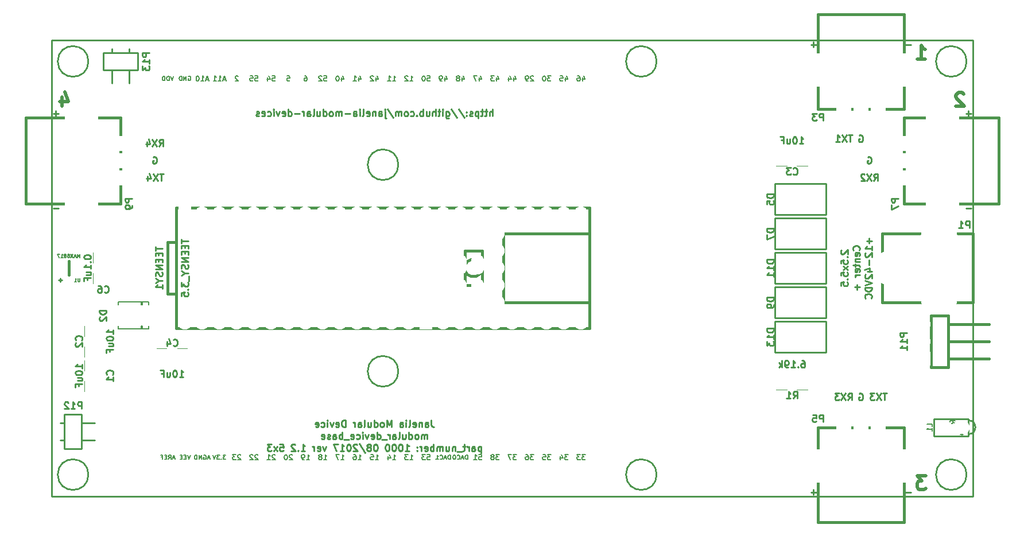
<source format=gbo>
G04 #@! TF.GenerationSoftware,KiCad,Pcbnew,no-vcs-found-ef6910f~59~ubuntu16.04.1*
G04 #@! TF.CreationDate,2017-08-09T11:12:35-04:00*
G04 #@! TF.ProjectId,modular_device_base_5x3,6D6F64756C61725F6465766963655F62,1.2*
G04 #@! TF.SameCoordinates,Original*
G04 #@! TF.FileFunction,Legend,Bot*
G04 #@! TF.FilePolarity,Positive*
%FSLAX46Y46*%
G04 Gerber Fmt 4.6, Leading zero omitted, Abs format (unit mm)*
G04 Created by KiCad (PCBNEW no-vcs-found-ef6910f~59~ubuntu16.04.1) date Wed Aug  9 11:12:35 2017*
%MOMM*%
%LPD*%
G01*
G04 APERTURE LIST*
%ADD10C,0.190500*%
%ADD11C,0.254000*%
%ADD12C,0.228600*%
%ADD13C,0.508000*%
%ADD14C,0.150000*%
%ADD15C,0.127000*%
%ADD16C,0.381000*%
%ADD17C,0.158750*%
%ADD18R,3.575000X1.670000*%
%ADD19R,1.670000X3.575000*%
%ADD20O,2.254200X2.940000*%
%ADD21C,3.956000*%
%ADD22R,2.254200X2.940000*%
%ADD23R,3.110000X2.900000*%
%ADD24R,2.940000X1.670000*%
%ADD25O,2.940000X1.924000*%
%ADD26R,1.670000X2.940000*%
%ADD27O,5.480000X3.448000*%
%ADD28O,2.432000X1.924000*%
%ADD29O,1.924000X2.432000*%
%ADD30C,1.600200*%
%ADD31R,2.178000X4.591000*%
%ADD32R,2.997200X5.029200*%
%ADD33R,4.591000X2.178000*%
%ADD34R,5.029200X2.997200*%
%ADD35O,1.924000X2.940000*%
%ADD36R,1.924000X2.940000*%
%ADD37R,5.160000X4.000000*%
%ADD38R,1.640000X1.800000*%
%ADD39C,2.330400*%
%ADD40O,4.972000X3.956000*%
%ADD41O,4.464000X5.480000*%
%ADD42O,5.480000X3.956000*%
%ADD43R,1.534160X0.762000*%
%ADD44O,2.743200X2.057400*%
%ADD45R,2.743200X2.057400*%
G04 APERTURE END LIST*
D10*
X192368714Y-122663857D02*
X192005857Y-122409857D01*
X192368714Y-122228428D02*
X191606714Y-122228428D01*
X191606714Y-122518714D01*
X191643000Y-122591285D01*
X191679285Y-122627571D01*
X191751857Y-122663857D01*
X191860714Y-122663857D01*
X191933285Y-122627571D01*
X191969571Y-122591285D01*
X192005857Y-122518714D01*
X192005857Y-122228428D01*
D11*
X182232904Y-118188619D02*
X181652333Y-118188619D01*
X181942619Y-119204619D02*
X181942619Y-118188619D01*
X181410428Y-118188619D02*
X180733095Y-119204619D01*
X180733095Y-118188619D02*
X181410428Y-119204619D01*
X180442809Y-118188619D02*
X179813857Y-118188619D01*
X180152523Y-118575666D01*
X180007380Y-118575666D01*
X179910619Y-118624047D01*
X179862238Y-118672428D01*
X179813857Y-118769190D01*
X179813857Y-119011095D01*
X179862238Y-119107857D01*
X179910619Y-119156238D01*
X180007380Y-119204619D01*
X180297666Y-119204619D01*
X180394428Y-119156238D01*
X180442809Y-119107857D01*
X177152904Y-80088619D02*
X176572333Y-80088619D01*
X176862619Y-81104619D02*
X176862619Y-80088619D01*
X176330428Y-80088619D02*
X175653095Y-81104619D01*
X175653095Y-80088619D02*
X176330428Y-81104619D01*
X174733857Y-81104619D02*
X175314428Y-81104619D01*
X175024142Y-81104619D02*
X175024142Y-80088619D01*
X175120904Y-80233761D01*
X175217666Y-80330523D01*
X175314428Y-80378904D01*
X178168904Y-118237000D02*
X178265666Y-118188619D01*
X178410809Y-118188619D01*
X178555952Y-118237000D01*
X178652714Y-118333761D01*
X178701095Y-118430523D01*
X178749476Y-118624047D01*
X178749476Y-118769190D01*
X178701095Y-118962714D01*
X178652714Y-119059476D01*
X178555952Y-119156238D01*
X178410809Y-119204619D01*
X178314047Y-119204619D01*
X178168904Y-119156238D01*
X178120523Y-119107857D01*
X178120523Y-118769190D01*
X178314047Y-118769190D01*
X178168904Y-80137000D02*
X178265666Y-80088619D01*
X178410809Y-80088619D01*
X178555952Y-80137000D01*
X178652714Y-80233761D01*
X178701095Y-80330523D01*
X178749476Y-80524047D01*
X178749476Y-80669190D01*
X178701095Y-80862714D01*
X178652714Y-80959476D01*
X178555952Y-81056238D01*
X178410809Y-81104619D01*
X178314047Y-81104619D01*
X178168904Y-81056238D01*
X178120523Y-81007857D01*
X178120523Y-80669190D01*
X178314047Y-80669190D01*
X179438904Y-83312000D02*
X179535666Y-83263619D01*
X179680809Y-83263619D01*
X179825952Y-83312000D01*
X179922714Y-83408761D01*
X179971095Y-83505523D01*
X180019476Y-83699047D01*
X180019476Y-83844190D01*
X179971095Y-84037714D01*
X179922714Y-84134476D01*
X179825952Y-84231238D01*
X179680809Y-84279619D01*
X179584047Y-84279619D01*
X179438904Y-84231238D01*
X179390523Y-84182857D01*
X179390523Y-83844190D01*
X179584047Y-83844190D01*
X176548142Y-119204619D02*
X176886809Y-118720809D01*
X177128714Y-119204619D02*
X177128714Y-118188619D01*
X176741666Y-118188619D01*
X176644904Y-118237000D01*
X176596523Y-118285380D01*
X176548142Y-118382142D01*
X176548142Y-118527285D01*
X176596523Y-118624047D01*
X176644904Y-118672428D01*
X176741666Y-118720809D01*
X177128714Y-118720809D01*
X176209476Y-118188619D02*
X175532142Y-119204619D01*
X175532142Y-118188619D02*
X176209476Y-119204619D01*
X175241857Y-118188619D02*
X174612904Y-118188619D01*
X174951571Y-118575666D01*
X174806428Y-118575666D01*
X174709666Y-118624047D01*
X174661285Y-118672428D01*
X174612904Y-118769190D01*
X174612904Y-119011095D01*
X174661285Y-119107857D01*
X174709666Y-119156238D01*
X174806428Y-119204619D01*
X175096714Y-119204619D01*
X175193476Y-119156238D01*
X175241857Y-119107857D01*
X180358142Y-86819619D02*
X180696809Y-86335809D01*
X180938714Y-86819619D02*
X180938714Y-85803619D01*
X180551666Y-85803619D01*
X180454904Y-85852000D01*
X180406523Y-85900380D01*
X180358142Y-85997142D01*
X180358142Y-86142285D01*
X180406523Y-86239047D01*
X180454904Y-86287428D01*
X180551666Y-86335809D01*
X180938714Y-86335809D01*
X180019476Y-85803619D02*
X179342142Y-86819619D01*
X179342142Y-85803619D02*
X180019476Y-86819619D01*
X179003476Y-85900380D02*
X178955095Y-85852000D01*
X178858333Y-85803619D01*
X178616428Y-85803619D01*
X178519666Y-85852000D01*
X178471285Y-85900380D01*
X178422904Y-85997142D01*
X178422904Y-86093904D01*
X178471285Y-86239047D01*
X179051857Y-86819619D01*
X178422904Y-86819619D01*
X185807047Y-132787571D02*
X185032952Y-132787571D01*
X194697047Y-90877571D02*
X193922952Y-90877571D01*
X185807047Y-66747571D02*
X185032952Y-66747571D01*
X171837047Y-132787571D02*
X171062952Y-132787571D01*
X171450000Y-133174619D02*
X171450000Y-132400523D01*
X194697047Y-76907571D02*
X193922952Y-76907571D01*
X194310000Y-77294619D02*
X194310000Y-76520523D01*
X171837047Y-66747571D02*
X171062952Y-66747571D01*
X171450000Y-67134619D02*
X171450000Y-66360523D01*
X60077047Y-76907571D02*
X59302952Y-76907571D01*
X59690000Y-77294619D02*
X59690000Y-76520523D01*
X60077047Y-90877571D02*
X59302952Y-90877571D01*
X75552904Y-85803619D02*
X74972333Y-85803619D01*
X75262619Y-86819619D02*
X75262619Y-85803619D01*
X74730428Y-85803619D02*
X74053095Y-86819619D01*
X74053095Y-85803619D02*
X74730428Y-86819619D01*
X73230619Y-86142285D02*
X73230619Y-86819619D01*
X73472523Y-85755238D02*
X73714428Y-86480952D01*
X73085476Y-86480952D01*
X74028904Y-83312000D02*
X74125666Y-83263619D01*
X74270809Y-83263619D01*
X74415952Y-83312000D01*
X74512714Y-83408761D01*
X74561095Y-83505523D01*
X74609476Y-83699047D01*
X74609476Y-83844190D01*
X74561095Y-84037714D01*
X74512714Y-84134476D01*
X74415952Y-84231238D01*
X74270809Y-84279619D01*
X74174047Y-84279619D01*
X74028904Y-84231238D01*
X73980523Y-84182857D01*
X73980523Y-83844190D01*
X74174047Y-83844190D01*
X74948142Y-81739619D02*
X75286809Y-81255809D01*
X75528714Y-81739619D02*
X75528714Y-80723619D01*
X75141666Y-80723619D01*
X75044904Y-80772000D01*
X74996523Y-80820380D01*
X74948142Y-80917142D01*
X74948142Y-81062285D01*
X74996523Y-81159047D01*
X75044904Y-81207428D01*
X75141666Y-81255809D01*
X75528714Y-81255809D01*
X74609476Y-80723619D02*
X73932142Y-81739619D01*
X73932142Y-80723619D02*
X74609476Y-81739619D01*
X73109666Y-81062285D02*
X73109666Y-81739619D01*
X73351571Y-80675238D02*
X73593476Y-81400952D01*
X72964523Y-81400952D01*
D12*
X194945000Y-66040000D02*
X59055000Y-66040000D01*
X194945000Y-133350000D02*
X194945000Y-66040000D01*
X59055000Y-133350000D02*
X194945000Y-133350000D01*
X59055000Y-66040000D02*
X59055000Y-133350000D01*
D13*
X60572952Y-74494571D02*
X60572952Y-75849238D01*
X61056761Y-73720476D02*
X61540571Y-75171904D01*
X60282666Y-75171904D01*
D11*
X124097142Y-77294619D02*
X124097142Y-76278619D01*
X123661714Y-77294619D02*
X123661714Y-76762428D01*
X123710095Y-76665666D01*
X123806857Y-76617285D01*
X123952000Y-76617285D01*
X124048761Y-76665666D01*
X124097142Y-76714047D01*
X123323047Y-76617285D02*
X122936000Y-76617285D01*
X123177904Y-76278619D02*
X123177904Y-77149476D01*
X123129523Y-77246238D01*
X123032761Y-77294619D01*
X122936000Y-77294619D01*
X122742476Y-76617285D02*
X122355428Y-76617285D01*
X122597333Y-76278619D02*
X122597333Y-77149476D01*
X122548952Y-77246238D01*
X122452190Y-77294619D01*
X122355428Y-77294619D01*
X122016761Y-76617285D02*
X122016761Y-77633285D01*
X122016761Y-76665666D02*
X121920000Y-76617285D01*
X121726476Y-76617285D01*
X121629714Y-76665666D01*
X121581333Y-76714047D01*
X121532952Y-76810809D01*
X121532952Y-77101095D01*
X121581333Y-77197857D01*
X121629714Y-77246238D01*
X121726476Y-77294619D01*
X121920000Y-77294619D01*
X122016761Y-77246238D01*
X121145904Y-77246238D02*
X121049142Y-77294619D01*
X120855619Y-77294619D01*
X120758857Y-77246238D01*
X120710476Y-77149476D01*
X120710476Y-77101095D01*
X120758857Y-77004333D01*
X120855619Y-76955952D01*
X121000761Y-76955952D01*
X121097523Y-76907571D01*
X121145904Y-76810809D01*
X121145904Y-76762428D01*
X121097523Y-76665666D01*
X121000761Y-76617285D01*
X120855619Y-76617285D01*
X120758857Y-76665666D01*
X120275047Y-77197857D02*
X120226666Y-77246238D01*
X120275047Y-77294619D01*
X120323428Y-77246238D01*
X120275047Y-77197857D01*
X120275047Y-77294619D01*
X120275047Y-76665666D02*
X120226666Y-76714047D01*
X120275047Y-76762428D01*
X120323428Y-76714047D01*
X120275047Y-76665666D01*
X120275047Y-76762428D01*
X119065523Y-76230238D02*
X119936380Y-77536523D01*
X118001142Y-76230238D02*
X118872000Y-77536523D01*
X117227047Y-76617285D02*
X117227047Y-77439761D01*
X117275428Y-77536523D01*
X117323809Y-77584904D01*
X117420571Y-77633285D01*
X117565714Y-77633285D01*
X117662476Y-77584904D01*
X117227047Y-77246238D02*
X117323809Y-77294619D01*
X117517333Y-77294619D01*
X117614095Y-77246238D01*
X117662476Y-77197857D01*
X117710857Y-77101095D01*
X117710857Y-76810809D01*
X117662476Y-76714047D01*
X117614095Y-76665666D01*
X117517333Y-76617285D01*
X117323809Y-76617285D01*
X117227047Y-76665666D01*
X116743238Y-77294619D02*
X116743238Y-76617285D01*
X116743238Y-76278619D02*
X116791619Y-76327000D01*
X116743238Y-76375380D01*
X116694857Y-76327000D01*
X116743238Y-76278619D01*
X116743238Y-76375380D01*
X116404571Y-76617285D02*
X116017523Y-76617285D01*
X116259428Y-76278619D02*
X116259428Y-77149476D01*
X116211047Y-77246238D01*
X116114285Y-77294619D01*
X116017523Y-77294619D01*
X115678857Y-77294619D02*
X115678857Y-76278619D01*
X115243428Y-77294619D02*
X115243428Y-76762428D01*
X115291809Y-76665666D01*
X115388571Y-76617285D01*
X115533714Y-76617285D01*
X115630476Y-76665666D01*
X115678857Y-76714047D01*
X114324190Y-76617285D02*
X114324190Y-77294619D01*
X114759619Y-76617285D02*
X114759619Y-77149476D01*
X114711238Y-77246238D01*
X114614476Y-77294619D01*
X114469333Y-77294619D01*
X114372571Y-77246238D01*
X114324190Y-77197857D01*
X113840380Y-77294619D02*
X113840380Y-76278619D01*
X113840380Y-76665666D02*
X113743619Y-76617285D01*
X113550095Y-76617285D01*
X113453333Y-76665666D01*
X113404952Y-76714047D01*
X113356571Y-76810809D01*
X113356571Y-77101095D01*
X113404952Y-77197857D01*
X113453333Y-77246238D01*
X113550095Y-77294619D01*
X113743619Y-77294619D01*
X113840380Y-77246238D01*
X112921142Y-77197857D02*
X112872761Y-77246238D01*
X112921142Y-77294619D01*
X112969523Y-77246238D01*
X112921142Y-77197857D01*
X112921142Y-77294619D01*
X112001904Y-77246238D02*
X112098666Y-77294619D01*
X112292190Y-77294619D01*
X112388952Y-77246238D01*
X112437333Y-77197857D01*
X112485714Y-77101095D01*
X112485714Y-76810809D01*
X112437333Y-76714047D01*
X112388952Y-76665666D01*
X112292190Y-76617285D01*
X112098666Y-76617285D01*
X112001904Y-76665666D01*
X111421333Y-77294619D02*
X111518095Y-77246238D01*
X111566476Y-77197857D01*
X111614857Y-77101095D01*
X111614857Y-76810809D01*
X111566476Y-76714047D01*
X111518095Y-76665666D01*
X111421333Y-76617285D01*
X111276190Y-76617285D01*
X111179428Y-76665666D01*
X111131047Y-76714047D01*
X111082666Y-76810809D01*
X111082666Y-77101095D01*
X111131047Y-77197857D01*
X111179428Y-77246238D01*
X111276190Y-77294619D01*
X111421333Y-77294619D01*
X110647238Y-77294619D02*
X110647238Y-76617285D01*
X110647238Y-76714047D02*
X110598857Y-76665666D01*
X110502095Y-76617285D01*
X110356952Y-76617285D01*
X110260190Y-76665666D01*
X110211809Y-76762428D01*
X110211809Y-77294619D01*
X110211809Y-76762428D02*
X110163428Y-76665666D01*
X110066666Y-76617285D01*
X109921523Y-76617285D01*
X109824761Y-76665666D01*
X109776380Y-76762428D01*
X109776380Y-77294619D01*
X108566857Y-76230238D02*
X109437714Y-77536523D01*
X108228190Y-76617285D02*
X108228190Y-77488142D01*
X108276571Y-77584904D01*
X108373333Y-77633285D01*
X108421714Y-77633285D01*
X108228190Y-76278619D02*
X108276571Y-76327000D01*
X108228190Y-76375380D01*
X108179809Y-76327000D01*
X108228190Y-76278619D01*
X108228190Y-76375380D01*
X107308952Y-77294619D02*
X107308952Y-76762428D01*
X107357333Y-76665666D01*
X107454095Y-76617285D01*
X107647619Y-76617285D01*
X107744380Y-76665666D01*
X107308952Y-77246238D02*
X107405714Y-77294619D01*
X107647619Y-77294619D01*
X107744380Y-77246238D01*
X107792761Y-77149476D01*
X107792761Y-77052714D01*
X107744380Y-76955952D01*
X107647619Y-76907571D01*
X107405714Y-76907571D01*
X107308952Y-76859190D01*
X106825142Y-76617285D02*
X106825142Y-77294619D01*
X106825142Y-76714047D02*
X106776761Y-76665666D01*
X106680000Y-76617285D01*
X106534857Y-76617285D01*
X106438095Y-76665666D01*
X106389714Y-76762428D01*
X106389714Y-77294619D01*
X105518857Y-77246238D02*
X105615619Y-77294619D01*
X105809142Y-77294619D01*
X105905904Y-77246238D01*
X105954285Y-77149476D01*
X105954285Y-76762428D01*
X105905904Y-76665666D01*
X105809142Y-76617285D01*
X105615619Y-76617285D01*
X105518857Y-76665666D01*
X105470476Y-76762428D01*
X105470476Y-76859190D01*
X105954285Y-76955952D01*
X104889904Y-77294619D02*
X104986666Y-77246238D01*
X105035047Y-77149476D01*
X105035047Y-76278619D01*
X104502857Y-77294619D02*
X104502857Y-76617285D01*
X104502857Y-76278619D02*
X104551238Y-76327000D01*
X104502857Y-76375380D01*
X104454476Y-76327000D01*
X104502857Y-76278619D01*
X104502857Y-76375380D01*
X103583619Y-77294619D02*
X103583619Y-76762428D01*
X103632000Y-76665666D01*
X103728761Y-76617285D01*
X103922285Y-76617285D01*
X104019047Y-76665666D01*
X103583619Y-77246238D02*
X103680380Y-77294619D01*
X103922285Y-77294619D01*
X104019047Y-77246238D01*
X104067428Y-77149476D01*
X104067428Y-77052714D01*
X104019047Y-76955952D01*
X103922285Y-76907571D01*
X103680380Y-76907571D01*
X103583619Y-76859190D01*
X103099809Y-76907571D02*
X102325714Y-76907571D01*
X101841904Y-77294619D02*
X101841904Y-76617285D01*
X101841904Y-76714047D02*
X101793523Y-76665666D01*
X101696761Y-76617285D01*
X101551619Y-76617285D01*
X101454857Y-76665666D01*
X101406476Y-76762428D01*
X101406476Y-77294619D01*
X101406476Y-76762428D02*
X101358095Y-76665666D01*
X101261333Y-76617285D01*
X101116190Y-76617285D01*
X101019428Y-76665666D01*
X100971047Y-76762428D01*
X100971047Y-77294619D01*
X100342095Y-77294619D02*
X100438857Y-77246238D01*
X100487238Y-77197857D01*
X100535619Y-77101095D01*
X100535619Y-76810809D01*
X100487238Y-76714047D01*
X100438857Y-76665666D01*
X100342095Y-76617285D01*
X100196952Y-76617285D01*
X100100190Y-76665666D01*
X100051809Y-76714047D01*
X100003428Y-76810809D01*
X100003428Y-77101095D01*
X100051809Y-77197857D01*
X100100190Y-77246238D01*
X100196952Y-77294619D01*
X100342095Y-77294619D01*
X99132571Y-77294619D02*
X99132571Y-76278619D01*
X99132571Y-77246238D02*
X99229333Y-77294619D01*
X99422857Y-77294619D01*
X99519619Y-77246238D01*
X99568000Y-77197857D01*
X99616380Y-77101095D01*
X99616380Y-76810809D01*
X99568000Y-76714047D01*
X99519619Y-76665666D01*
X99422857Y-76617285D01*
X99229333Y-76617285D01*
X99132571Y-76665666D01*
X98213333Y-76617285D02*
X98213333Y-77294619D01*
X98648761Y-76617285D02*
X98648761Y-77149476D01*
X98600380Y-77246238D01*
X98503619Y-77294619D01*
X98358476Y-77294619D01*
X98261714Y-77246238D01*
X98213333Y-77197857D01*
X97584380Y-77294619D02*
X97681142Y-77246238D01*
X97729523Y-77149476D01*
X97729523Y-76278619D01*
X96761904Y-77294619D02*
X96761904Y-76762428D01*
X96810285Y-76665666D01*
X96907047Y-76617285D01*
X97100571Y-76617285D01*
X97197333Y-76665666D01*
X96761904Y-77246238D02*
X96858666Y-77294619D01*
X97100571Y-77294619D01*
X97197333Y-77246238D01*
X97245714Y-77149476D01*
X97245714Y-77052714D01*
X97197333Y-76955952D01*
X97100571Y-76907571D01*
X96858666Y-76907571D01*
X96761904Y-76859190D01*
X96278095Y-77294619D02*
X96278095Y-76617285D01*
X96278095Y-76810809D02*
X96229714Y-76714047D01*
X96181333Y-76665666D01*
X96084571Y-76617285D01*
X95987809Y-76617285D01*
X95649142Y-76907571D02*
X94875047Y-76907571D01*
X93955809Y-77294619D02*
X93955809Y-76278619D01*
X93955809Y-77246238D02*
X94052571Y-77294619D01*
X94246095Y-77294619D01*
X94342857Y-77246238D01*
X94391238Y-77197857D01*
X94439619Y-77101095D01*
X94439619Y-76810809D01*
X94391238Y-76714047D01*
X94342857Y-76665666D01*
X94246095Y-76617285D01*
X94052571Y-76617285D01*
X93955809Y-76665666D01*
X93084952Y-77246238D02*
X93181714Y-77294619D01*
X93375238Y-77294619D01*
X93472000Y-77246238D01*
X93520380Y-77149476D01*
X93520380Y-76762428D01*
X93472000Y-76665666D01*
X93375238Y-76617285D01*
X93181714Y-76617285D01*
X93084952Y-76665666D01*
X93036571Y-76762428D01*
X93036571Y-76859190D01*
X93520380Y-76955952D01*
X92697904Y-76617285D02*
X92456000Y-77294619D01*
X92214095Y-76617285D01*
X91827047Y-77294619D02*
X91827047Y-76617285D01*
X91827047Y-76278619D02*
X91875428Y-76327000D01*
X91827047Y-76375380D01*
X91778666Y-76327000D01*
X91827047Y-76278619D01*
X91827047Y-76375380D01*
X90907809Y-77246238D02*
X91004571Y-77294619D01*
X91198095Y-77294619D01*
X91294857Y-77246238D01*
X91343238Y-77197857D01*
X91391619Y-77101095D01*
X91391619Y-76810809D01*
X91343238Y-76714047D01*
X91294857Y-76665666D01*
X91198095Y-76617285D01*
X91004571Y-76617285D01*
X90907809Y-76665666D01*
X90085333Y-77246238D02*
X90182095Y-77294619D01*
X90375619Y-77294619D01*
X90472380Y-77246238D01*
X90520761Y-77149476D01*
X90520761Y-76762428D01*
X90472380Y-76665666D01*
X90375619Y-76617285D01*
X90182095Y-76617285D01*
X90085333Y-76665666D01*
X90036952Y-76762428D01*
X90036952Y-76859190D01*
X90520761Y-76955952D01*
X89649904Y-77246238D02*
X89553142Y-77294619D01*
X89359619Y-77294619D01*
X89262857Y-77246238D01*
X89214476Y-77149476D01*
X89214476Y-77101095D01*
X89262857Y-77004333D01*
X89359619Y-76955952D01*
X89504761Y-76955952D01*
X89601523Y-76907571D01*
X89649904Y-76810809D01*
X89649904Y-76762428D01*
X89601523Y-76665666D01*
X89504761Y-76617285D01*
X89359619Y-76617285D01*
X89262857Y-76665666D01*
X115074095Y-122125619D02*
X115074095Y-122851333D01*
X115122476Y-122996476D01*
X115219238Y-123093238D01*
X115364380Y-123141619D01*
X115461142Y-123141619D01*
X114154857Y-123141619D02*
X114154857Y-122609428D01*
X114203238Y-122512666D01*
X114300000Y-122464285D01*
X114493523Y-122464285D01*
X114590285Y-122512666D01*
X114154857Y-123093238D02*
X114251619Y-123141619D01*
X114493523Y-123141619D01*
X114590285Y-123093238D01*
X114638666Y-122996476D01*
X114638666Y-122899714D01*
X114590285Y-122802952D01*
X114493523Y-122754571D01*
X114251619Y-122754571D01*
X114154857Y-122706190D01*
X113671047Y-122464285D02*
X113671047Y-123141619D01*
X113671047Y-122561047D02*
X113622666Y-122512666D01*
X113525904Y-122464285D01*
X113380761Y-122464285D01*
X113284000Y-122512666D01*
X113235619Y-122609428D01*
X113235619Y-123141619D01*
X112364761Y-123093238D02*
X112461523Y-123141619D01*
X112655047Y-123141619D01*
X112751809Y-123093238D01*
X112800190Y-122996476D01*
X112800190Y-122609428D01*
X112751809Y-122512666D01*
X112655047Y-122464285D01*
X112461523Y-122464285D01*
X112364761Y-122512666D01*
X112316380Y-122609428D01*
X112316380Y-122706190D01*
X112800190Y-122802952D01*
X111735809Y-123141619D02*
X111832571Y-123093238D01*
X111880952Y-122996476D01*
X111880952Y-122125619D01*
X111348761Y-123141619D02*
X111348761Y-122464285D01*
X111348761Y-122125619D02*
X111397142Y-122174000D01*
X111348761Y-122222380D01*
X111300380Y-122174000D01*
X111348761Y-122125619D01*
X111348761Y-122222380D01*
X110429523Y-123141619D02*
X110429523Y-122609428D01*
X110477904Y-122512666D01*
X110574666Y-122464285D01*
X110768190Y-122464285D01*
X110864952Y-122512666D01*
X110429523Y-123093238D02*
X110526285Y-123141619D01*
X110768190Y-123141619D01*
X110864952Y-123093238D01*
X110913333Y-122996476D01*
X110913333Y-122899714D01*
X110864952Y-122802952D01*
X110768190Y-122754571D01*
X110526285Y-122754571D01*
X110429523Y-122706190D01*
X109171619Y-123141619D02*
X109171619Y-122125619D01*
X108832952Y-122851333D01*
X108494285Y-122125619D01*
X108494285Y-123141619D01*
X107865333Y-123141619D02*
X107962095Y-123093238D01*
X108010476Y-123044857D01*
X108058857Y-122948095D01*
X108058857Y-122657809D01*
X108010476Y-122561047D01*
X107962095Y-122512666D01*
X107865333Y-122464285D01*
X107720190Y-122464285D01*
X107623428Y-122512666D01*
X107575047Y-122561047D01*
X107526666Y-122657809D01*
X107526666Y-122948095D01*
X107575047Y-123044857D01*
X107623428Y-123093238D01*
X107720190Y-123141619D01*
X107865333Y-123141619D01*
X106655809Y-123141619D02*
X106655809Y-122125619D01*
X106655809Y-123093238D02*
X106752571Y-123141619D01*
X106946095Y-123141619D01*
X107042857Y-123093238D01*
X107091238Y-123044857D01*
X107139619Y-122948095D01*
X107139619Y-122657809D01*
X107091238Y-122561047D01*
X107042857Y-122512666D01*
X106946095Y-122464285D01*
X106752571Y-122464285D01*
X106655809Y-122512666D01*
X105736571Y-122464285D02*
X105736571Y-123141619D01*
X106172000Y-122464285D02*
X106172000Y-122996476D01*
X106123619Y-123093238D01*
X106026857Y-123141619D01*
X105881714Y-123141619D01*
X105784952Y-123093238D01*
X105736571Y-123044857D01*
X105107619Y-123141619D02*
X105204380Y-123093238D01*
X105252761Y-122996476D01*
X105252761Y-122125619D01*
X104285142Y-123141619D02*
X104285142Y-122609428D01*
X104333523Y-122512666D01*
X104430285Y-122464285D01*
X104623809Y-122464285D01*
X104720571Y-122512666D01*
X104285142Y-123093238D02*
X104381904Y-123141619D01*
X104623809Y-123141619D01*
X104720571Y-123093238D01*
X104768952Y-122996476D01*
X104768952Y-122899714D01*
X104720571Y-122802952D01*
X104623809Y-122754571D01*
X104381904Y-122754571D01*
X104285142Y-122706190D01*
X103801333Y-123141619D02*
X103801333Y-122464285D01*
X103801333Y-122657809D02*
X103752952Y-122561047D01*
X103704571Y-122512666D01*
X103607809Y-122464285D01*
X103511047Y-122464285D01*
X102398285Y-123141619D02*
X102398285Y-122125619D01*
X102156380Y-122125619D01*
X102011238Y-122174000D01*
X101914476Y-122270761D01*
X101866095Y-122367523D01*
X101817714Y-122561047D01*
X101817714Y-122706190D01*
X101866095Y-122899714D01*
X101914476Y-122996476D01*
X102011238Y-123093238D01*
X102156380Y-123141619D01*
X102398285Y-123141619D01*
X100995238Y-123093238D02*
X101092000Y-123141619D01*
X101285523Y-123141619D01*
X101382285Y-123093238D01*
X101430666Y-122996476D01*
X101430666Y-122609428D01*
X101382285Y-122512666D01*
X101285523Y-122464285D01*
X101092000Y-122464285D01*
X100995238Y-122512666D01*
X100946857Y-122609428D01*
X100946857Y-122706190D01*
X101430666Y-122802952D01*
X100608190Y-122464285D02*
X100366285Y-123141619D01*
X100124380Y-122464285D01*
X99737333Y-123141619D02*
X99737333Y-122464285D01*
X99737333Y-122125619D02*
X99785714Y-122174000D01*
X99737333Y-122222380D01*
X99688952Y-122174000D01*
X99737333Y-122125619D01*
X99737333Y-122222380D01*
X98818095Y-123093238D02*
X98914857Y-123141619D01*
X99108380Y-123141619D01*
X99205142Y-123093238D01*
X99253523Y-123044857D01*
X99301904Y-122948095D01*
X99301904Y-122657809D01*
X99253523Y-122561047D01*
X99205142Y-122512666D01*
X99108380Y-122464285D01*
X98914857Y-122464285D01*
X98818095Y-122512666D01*
X97995619Y-123093238D02*
X98092380Y-123141619D01*
X98285904Y-123141619D01*
X98382666Y-123093238D01*
X98431047Y-122996476D01*
X98431047Y-122609428D01*
X98382666Y-122512666D01*
X98285904Y-122464285D01*
X98092380Y-122464285D01*
X97995619Y-122512666D01*
X97947238Y-122609428D01*
X97947238Y-122706190D01*
X98431047Y-122802952D01*
X114469333Y-124919619D02*
X114469333Y-124242285D01*
X114469333Y-124339047D02*
X114420952Y-124290666D01*
X114324190Y-124242285D01*
X114179047Y-124242285D01*
X114082285Y-124290666D01*
X114033904Y-124387428D01*
X114033904Y-124919619D01*
X114033904Y-124387428D02*
X113985523Y-124290666D01*
X113888761Y-124242285D01*
X113743619Y-124242285D01*
X113646857Y-124290666D01*
X113598476Y-124387428D01*
X113598476Y-124919619D01*
X112969523Y-124919619D02*
X113066285Y-124871238D01*
X113114666Y-124822857D01*
X113163047Y-124726095D01*
X113163047Y-124435809D01*
X113114666Y-124339047D01*
X113066285Y-124290666D01*
X112969523Y-124242285D01*
X112824380Y-124242285D01*
X112727619Y-124290666D01*
X112679238Y-124339047D01*
X112630857Y-124435809D01*
X112630857Y-124726095D01*
X112679238Y-124822857D01*
X112727619Y-124871238D01*
X112824380Y-124919619D01*
X112969523Y-124919619D01*
X111760000Y-124919619D02*
X111760000Y-123903619D01*
X111760000Y-124871238D02*
X111856761Y-124919619D01*
X112050285Y-124919619D01*
X112147047Y-124871238D01*
X112195428Y-124822857D01*
X112243809Y-124726095D01*
X112243809Y-124435809D01*
X112195428Y-124339047D01*
X112147047Y-124290666D01*
X112050285Y-124242285D01*
X111856761Y-124242285D01*
X111760000Y-124290666D01*
X110840761Y-124242285D02*
X110840761Y-124919619D01*
X111276190Y-124242285D02*
X111276190Y-124774476D01*
X111227809Y-124871238D01*
X111131047Y-124919619D01*
X110985904Y-124919619D01*
X110889142Y-124871238D01*
X110840761Y-124822857D01*
X110211809Y-124919619D02*
X110308571Y-124871238D01*
X110356952Y-124774476D01*
X110356952Y-123903619D01*
X109389333Y-124919619D02*
X109389333Y-124387428D01*
X109437714Y-124290666D01*
X109534476Y-124242285D01*
X109728000Y-124242285D01*
X109824761Y-124290666D01*
X109389333Y-124871238D02*
X109486095Y-124919619D01*
X109728000Y-124919619D01*
X109824761Y-124871238D01*
X109873142Y-124774476D01*
X109873142Y-124677714D01*
X109824761Y-124580952D01*
X109728000Y-124532571D01*
X109486095Y-124532571D01*
X109389333Y-124484190D01*
X108905523Y-124919619D02*
X108905523Y-124242285D01*
X108905523Y-124435809D02*
X108857142Y-124339047D01*
X108808761Y-124290666D01*
X108712000Y-124242285D01*
X108615238Y-124242285D01*
X108518476Y-125016380D02*
X107744380Y-125016380D01*
X107067047Y-124919619D02*
X107067047Y-123903619D01*
X107067047Y-124871238D02*
X107163809Y-124919619D01*
X107357333Y-124919619D01*
X107454095Y-124871238D01*
X107502476Y-124822857D01*
X107550857Y-124726095D01*
X107550857Y-124435809D01*
X107502476Y-124339047D01*
X107454095Y-124290666D01*
X107357333Y-124242285D01*
X107163809Y-124242285D01*
X107067047Y-124290666D01*
X106196190Y-124871238D02*
X106292952Y-124919619D01*
X106486476Y-124919619D01*
X106583238Y-124871238D01*
X106631619Y-124774476D01*
X106631619Y-124387428D01*
X106583238Y-124290666D01*
X106486476Y-124242285D01*
X106292952Y-124242285D01*
X106196190Y-124290666D01*
X106147809Y-124387428D01*
X106147809Y-124484190D01*
X106631619Y-124580952D01*
X105809142Y-124242285D02*
X105567238Y-124919619D01*
X105325333Y-124242285D01*
X104938285Y-124919619D02*
X104938285Y-124242285D01*
X104938285Y-123903619D02*
X104986666Y-123952000D01*
X104938285Y-124000380D01*
X104889904Y-123952000D01*
X104938285Y-123903619D01*
X104938285Y-124000380D01*
X104019047Y-124871238D02*
X104115809Y-124919619D01*
X104309333Y-124919619D01*
X104406095Y-124871238D01*
X104454476Y-124822857D01*
X104502857Y-124726095D01*
X104502857Y-124435809D01*
X104454476Y-124339047D01*
X104406095Y-124290666D01*
X104309333Y-124242285D01*
X104115809Y-124242285D01*
X104019047Y-124290666D01*
X103196571Y-124871238D02*
X103293333Y-124919619D01*
X103486857Y-124919619D01*
X103583619Y-124871238D01*
X103632000Y-124774476D01*
X103632000Y-124387428D01*
X103583619Y-124290666D01*
X103486857Y-124242285D01*
X103293333Y-124242285D01*
X103196571Y-124290666D01*
X103148190Y-124387428D01*
X103148190Y-124484190D01*
X103632000Y-124580952D01*
X102954666Y-125016380D02*
X102180571Y-125016380D01*
X101938666Y-124919619D02*
X101938666Y-123903619D01*
X101938666Y-124290666D02*
X101841904Y-124242285D01*
X101648380Y-124242285D01*
X101551619Y-124290666D01*
X101503238Y-124339047D01*
X101454857Y-124435809D01*
X101454857Y-124726095D01*
X101503238Y-124822857D01*
X101551619Y-124871238D01*
X101648380Y-124919619D01*
X101841904Y-124919619D01*
X101938666Y-124871238D01*
X100584000Y-124919619D02*
X100584000Y-124387428D01*
X100632380Y-124290666D01*
X100729142Y-124242285D01*
X100922666Y-124242285D01*
X101019428Y-124290666D01*
X100584000Y-124871238D02*
X100680761Y-124919619D01*
X100922666Y-124919619D01*
X101019428Y-124871238D01*
X101067809Y-124774476D01*
X101067809Y-124677714D01*
X101019428Y-124580952D01*
X100922666Y-124532571D01*
X100680761Y-124532571D01*
X100584000Y-124484190D01*
X100148571Y-124871238D02*
X100051809Y-124919619D01*
X99858285Y-124919619D01*
X99761523Y-124871238D01*
X99713142Y-124774476D01*
X99713142Y-124726095D01*
X99761523Y-124629333D01*
X99858285Y-124580952D01*
X100003428Y-124580952D01*
X100100190Y-124532571D01*
X100148571Y-124435809D01*
X100148571Y-124387428D01*
X100100190Y-124290666D01*
X100003428Y-124242285D01*
X99858285Y-124242285D01*
X99761523Y-124290666D01*
X98890666Y-124871238D02*
X98987428Y-124919619D01*
X99180952Y-124919619D01*
X99277714Y-124871238D01*
X99326095Y-124774476D01*
X99326095Y-124387428D01*
X99277714Y-124290666D01*
X99180952Y-124242285D01*
X98987428Y-124242285D01*
X98890666Y-124290666D01*
X98842285Y-124387428D01*
X98842285Y-124484190D01*
X99326095Y-124580952D01*
X122428000Y-126020285D02*
X122428000Y-127036285D01*
X122428000Y-126068666D02*
X122331238Y-126020285D01*
X122137714Y-126020285D01*
X122040952Y-126068666D01*
X121992571Y-126117047D01*
X121944190Y-126213809D01*
X121944190Y-126504095D01*
X121992571Y-126600857D01*
X122040952Y-126649238D01*
X122137714Y-126697619D01*
X122331238Y-126697619D01*
X122428000Y-126649238D01*
X121073333Y-126697619D02*
X121073333Y-126165428D01*
X121121714Y-126068666D01*
X121218476Y-126020285D01*
X121412000Y-126020285D01*
X121508761Y-126068666D01*
X121073333Y-126649238D02*
X121170095Y-126697619D01*
X121412000Y-126697619D01*
X121508761Y-126649238D01*
X121557142Y-126552476D01*
X121557142Y-126455714D01*
X121508761Y-126358952D01*
X121412000Y-126310571D01*
X121170095Y-126310571D01*
X121073333Y-126262190D01*
X120589523Y-126697619D02*
X120589523Y-126020285D01*
X120589523Y-126213809D02*
X120541142Y-126117047D01*
X120492761Y-126068666D01*
X120396000Y-126020285D01*
X120299238Y-126020285D01*
X120105714Y-126020285D02*
X119718666Y-126020285D01*
X119960571Y-125681619D02*
X119960571Y-126552476D01*
X119912190Y-126649238D01*
X119815428Y-126697619D01*
X119718666Y-126697619D01*
X119621904Y-126794380D02*
X118847809Y-126794380D01*
X118605904Y-126020285D02*
X118605904Y-126697619D01*
X118605904Y-126117047D02*
X118557523Y-126068666D01*
X118460761Y-126020285D01*
X118315619Y-126020285D01*
X118218857Y-126068666D01*
X118170476Y-126165428D01*
X118170476Y-126697619D01*
X117251238Y-126020285D02*
X117251238Y-126697619D01*
X117686666Y-126020285D02*
X117686666Y-126552476D01*
X117638285Y-126649238D01*
X117541523Y-126697619D01*
X117396380Y-126697619D01*
X117299619Y-126649238D01*
X117251238Y-126600857D01*
X116767428Y-126697619D02*
X116767428Y-126020285D01*
X116767428Y-126117047D02*
X116719047Y-126068666D01*
X116622285Y-126020285D01*
X116477142Y-126020285D01*
X116380380Y-126068666D01*
X116332000Y-126165428D01*
X116332000Y-126697619D01*
X116332000Y-126165428D02*
X116283619Y-126068666D01*
X116186857Y-126020285D01*
X116041714Y-126020285D01*
X115944952Y-126068666D01*
X115896571Y-126165428D01*
X115896571Y-126697619D01*
X115412761Y-126697619D02*
X115412761Y-125681619D01*
X115412761Y-126068666D02*
X115316000Y-126020285D01*
X115122476Y-126020285D01*
X115025714Y-126068666D01*
X114977333Y-126117047D01*
X114928952Y-126213809D01*
X114928952Y-126504095D01*
X114977333Y-126600857D01*
X115025714Y-126649238D01*
X115122476Y-126697619D01*
X115316000Y-126697619D01*
X115412761Y-126649238D01*
X114106476Y-126649238D02*
X114203238Y-126697619D01*
X114396761Y-126697619D01*
X114493523Y-126649238D01*
X114541904Y-126552476D01*
X114541904Y-126165428D01*
X114493523Y-126068666D01*
X114396761Y-126020285D01*
X114203238Y-126020285D01*
X114106476Y-126068666D01*
X114058095Y-126165428D01*
X114058095Y-126262190D01*
X114541904Y-126358952D01*
X113622666Y-126697619D02*
X113622666Y-126020285D01*
X113622666Y-126213809D02*
X113574285Y-126117047D01*
X113525904Y-126068666D01*
X113429142Y-126020285D01*
X113332380Y-126020285D01*
X112993714Y-126600857D02*
X112945333Y-126649238D01*
X112993714Y-126697619D01*
X113042095Y-126649238D01*
X112993714Y-126600857D01*
X112993714Y-126697619D01*
X112993714Y-126068666D02*
X112945333Y-126117047D01*
X112993714Y-126165428D01*
X113042095Y-126117047D01*
X112993714Y-126068666D01*
X112993714Y-126165428D01*
X111203619Y-126697619D02*
X111784190Y-126697619D01*
X111493904Y-126697619D02*
X111493904Y-125681619D01*
X111590666Y-125826761D01*
X111687428Y-125923523D01*
X111784190Y-125971904D01*
X110574666Y-125681619D02*
X110477904Y-125681619D01*
X110381142Y-125730000D01*
X110332761Y-125778380D01*
X110284380Y-125875142D01*
X110236000Y-126068666D01*
X110236000Y-126310571D01*
X110284380Y-126504095D01*
X110332761Y-126600857D01*
X110381142Y-126649238D01*
X110477904Y-126697619D01*
X110574666Y-126697619D01*
X110671428Y-126649238D01*
X110719809Y-126600857D01*
X110768190Y-126504095D01*
X110816571Y-126310571D01*
X110816571Y-126068666D01*
X110768190Y-125875142D01*
X110719809Y-125778380D01*
X110671428Y-125730000D01*
X110574666Y-125681619D01*
X109607047Y-125681619D02*
X109510285Y-125681619D01*
X109413523Y-125730000D01*
X109365142Y-125778380D01*
X109316761Y-125875142D01*
X109268380Y-126068666D01*
X109268380Y-126310571D01*
X109316761Y-126504095D01*
X109365142Y-126600857D01*
X109413523Y-126649238D01*
X109510285Y-126697619D01*
X109607047Y-126697619D01*
X109703809Y-126649238D01*
X109752190Y-126600857D01*
X109800571Y-126504095D01*
X109848952Y-126310571D01*
X109848952Y-126068666D01*
X109800571Y-125875142D01*
X109752190Y-125778380D01*
X109703809Y-125730000D01*
X109607047Y-125681619D01*
X108639428Y-125681619D02*
X108542666Y-125681619D01*
X108445904Y-125730000D01*
X108397523Y-125778380D01*
X108349142Y-125875142D01*
X108300761Y-126068666D01*
X108300761Y-126310571D01*
X108349142Y-126504095D01*
X108397523Y-126600857D01*
X108445904Y-126649238D01*
X108542666Y-126697619D01*
X108639428Y-126697619D01*
X108736190Y-126649238D01*
X108784571Y-126600857D01*
X108832952Y-126504095D01*
X108881333Y-126310571D01*
X108881333Y-126068666D01*
X108832952Y-125875142D01*
X108784571Y-125778380D01*
X108736190Y-125730000D01*
X108639428Y-125681619D01*
X106897714Y-125681619D02*
X106800952Y-125681619D01*
X106704190Y-125730000D01*
X106655809Y-125778380D01*
X106607428Y-125875142D01*
X106559047Y-126068666D01*
X106559047Y-126310571D01*
X106607428Y-126504095D01*
X106655809Y-126600857D01*
X106704190Y-126649238D01*
X106800952Y-126697619D01*
X106897714Y-126697619D01*
X106994476Y-126649238D01*
X107042857Y-126600857D01*
X107091238Y-126504095D01*
X107139619Y-126310571D01*
X107139619Y-126068666D01*
X107091238Y-125875142D01*
X107042857Y-125778380D01*
X106994476Y-125730000D01*
X106897714Y-125681619D01*
X105978476Y-126117047D02*
X106075238Y-126068666D01*
X106123619Y-126020285D01*
X106172000Y-125923523D01*
X106172000Y-125875142D01*
X106123619Y-125778380D01*
X106075238Y-125730000D01*
X105978476Y-125681619D01*
X105784952Y-125681619D01*
X105688190Y-125730000D01*
X105639809Y-125778380D01*
X105591428Y-125875142D01*
X105591428Y-125923523D01*
X105639809Y-126020285D01*
X105688190Y-126068666D01*
X105784952Y-126117047D01*
X105978476Y-126117047D01*
X106075238Y-126165428D01*
X106123619Y-126213809D01*
X106172000Y-126310571D01*
X106172000Y-126504095D01*
X106123619Y-126600857D01*
X106075238Y-126649238D01*
X105978476Y-126697619D01*
X105784952Y-126697619D01*
X105688190Y-126649238D01*
X105639809Y-126600857D01*
X105591428Y-126504095D01*
X105591428Y-126310571D01*
X105639809Y-126213809D01*
X105688190Y-126165428D01*
X105784952Y-126117047D01*
X104430285Y-125633238D02*
X105301142Y-126939523D01*
X104140000Y-125778380D02*
X104091619Y-125730000D01*
X103994857Y-125681619D01*
X103752952Y-125681619D01*
X103656190Y-125730000D01*
X103607809Y-125778380D01*
X103559428Y-125875142D01*
X103559428Y-125971904D01*
X103607809Y-126117047D01*
X104188380Y-126697619D01*
X103559428Y-126697619D01*
X102930476Y-125681619D02*
X102833714Y-125681619D01*
X102736952Y-125730000D01*
X102688571Y-125778380D01*
X102640190Y-125875142D01*
X102591809Y-126068666D01*
X102591809Y-126310571D01*
X102640190Y-126504095D01*
X102688571Y-126600857D01*
X102736952Y-126649238D01*
X102833714Y-126697619D01*
X102930476Y-126697619D01*
X103027238Y-126649238D01*
X103075619Y-126600857D01*
X103124000Y-126504095D01*
X103172380Y-126310571D01*
X103172380Y-126068666D01*
X103124000Y-125875142D01*
X103075619Y-125778380D01*
X103027238Y-125730000D01*
X102930476Y-125681619D01*
X101624190Y-126697619D02*
X102204761Y-126697619D01*
X101914476Y-126697619D02*
X101914476Y-125681619D01*
X102011238Y-125826761D01*
X102108000Y-125923523D01*
X102204761Y-125971904D01*
X101285523Y-125681619D02*
X100608190Y-125681619D01*
X101043619Y-126697619D01*
X99543809Y-126020285D02*
X99301904Y-126697619D01*
X99060000Y-126020285D01*
X98285904Y-126649238D02*
X98382666Y-126697619D01*
X98576190Y-126697619D01*
X98672952Y-126649238D01*
X98721333Y-126552476D01*
X98721333Y-126165428D01*
X98672952Y-126068666D01*
X98576190Y-126020285D01*
X98382666Y-126020285D01*
X98285904Y-126068666D01*
X98237523Y-126165428D01*
X98237523Y-126262190D01*
X98721333Y-126358952D01*
X97802095Y-126697619D02*
X97802095Y-126020285D01*
X97802095Y-126213809D02*
X97753714Y-126117047D01*
X97705333Y-126068666D01*
X97608571Y-126020285D01*
X97511809Y-126020285D01*
X95866857Y-126697619D02*
X96447428Y-126697619D01*
X96157142Y-126697619D02*
X96157142Y-125681619D01*
X96253904Y-125826761D01*
X96350666Y-125923523D01*
X96447428Y-125971904D01*
X95431428Y-126600857D02*
X95383047Y-126649238D01*
X95431428Y-126697619D01*
X95479809Y-126649238D01*
X95431428Y-126600857D01*
X95431428Y-126697619D01*
X94996000Y-125778380D02*
X94947619Y-125730000D01*
X94850857Y-125681619D01*
X94608952Y-125681619D01*
X94512190Y-125730000D01*
X94463809Y-125778380D01*
X94415428Y-125875142D01*
X94415428Y-125971904D01*
X94463809Y-126117047D01*
X95044380Y-126697619D01*
X94415428Y-126697619D01*
X92722095Y-125681619D02*
X93205904Y-125681619D01*
X93254285Y-126165428D01*
X93205904Y-126117047D01*
X93109142Y-126068666D01*
X92867238Y-126068666D01*
X92770476Y-126117047D01*
X92722095Y-126165428D01*
X92673714Y-126262190D01*
X92673714Y-126504095D01*
X92722095Y-126600857D01*
X92770476Y-126649238D01*
X92867238Y-126697619D01*
X93109142Y-126697619D01*
X93205904Y-126649238D01*
X93254285Y-126600857D01*
X92335047Y-126697619D02*
X91802857Y-126020285D01*
X92335047Y-126020285D02*
X91802857Y-126697619D01*
X91512571Y-125681619D02*
X90883619Y-125681619D01*
X91222285Y-126068666D01*
X91077142Y-126068666D01*
X90980380Y-126117047D01*
X90932000Y-126165428D01*
X90883619Y-126262190D01*
X90883619Y-126504095D01*
X90932000Y-126600857D01*
X90980380Y-126649238D01*
X91077142Y-126697619D01*
X91367428Y-126697619D01*
X91464190Y-126649238D01*
X91512571Y-126600857D01*
D13*
X186744428Y-68864238D02*
X187905571Y-68864238D01*
X187325000Y-68864238D02*
X187325000Y-66832238D01*
X187518523Y-67122523D01*
X187712047Y-67316047D01*
X187905571Y-67412809D01*
X188002333Y-130332238D02*
X186744428Y-130332238D01*
X187421761Y-131106333D01*
X187131476Y-131106333D01*
X186937952Y-131203095D01*
X186841190Y-131299857D01*
X186744428Y-131493380D01*
X186744428Y-131977190D01*
X186841190Y-132170714D01*
X186937952Y-132267476D01*
X187131476Y-132364238D01*
X187712047Y-132364238D01*
X187905571Y-132267476D01*
X188002333Y-132170714D01*
D11*
X175562380Y-97058238D02*
X175514000Y-97106619D01*
X175465619Y-97203380D01*
X175465619Y-97445285D01*
X175514000Y-97542047D01*
X175562380Y-97590428D01*
X175659142Y-97638809D01*
X175755904Y-97638809D01*
X175901047Y-97590428D01*
X176481619Y-97009857D01*
X176481619Y-97638809D01*
X176384857Y-98074238D02*
X176433238Y-98122619D01*
X176481619Y-98074238D01*
X176433238Y-98025857D01*
X176384857Y-98074238D01*
X176481619Y-98074238D01*
X175465619Y-99041857D02*
X175465619Y-98558047D01*
X175949428Y-98509666D01*
X175901047Y-98558047D01*
X175852666Y-98654809D01*
X175852666Y-98896714D01*
X175901047Y-98993476D01*
X175949428Y-99041857D01*
X176046190Y-99090238D01*
X176288095Y-99090238D01*
X176384857Y-99041857D01*
X176433238Y-98993476D01*
X176481619Y-98896714D01*
X176481619Y-98654809D01*
X176433238Y-98558047D01*
X176384857Y-98509666D01*
X176481619Y-99428904D02*
X175804285Y-99961095D01*
X175804285Y-99428904D02*
X176481619Y-99961095D01*
X175465619Y-100831952D02*
X175465619Y-100348142D01*
X175949428Y-100299761D01*
X175901047Y-100348142D01*
X175852666Y-100444904D01*
X175852666Y-100686809D01*
X175901047Y-100783571D01*
X175949428Y-100831952D01*
X176046190Y-100880333D01*
X176288095Y-100880333D01*
X176384857Y-100831952D01*
X176433238Y-100783571D01*
X176481619Y-100686809D01*
X176481619Y-100444904D01*
X176433238Y-100348142D01*
X176384857Y-100299761D01*
X176384857Y-101315761D02*
X176433238Y-101364142D01*
X176481619Y-101315761D01*
X176433238Y-101267380D01*
X176384857Y-101315761D01*
X176481619Y-101315761D01*
X175465619Y-102283380D02*
X175465619Y-101799571D01*
X175949428Y-101751190D01*
X175901047Y-101799571D01*
X175852666Y-101896333D01*
X175852666Y-102138238D01*
X175901047Y-102235000D01*
X175949428Y-102283380D01*
X176046190Y-102331761D01*
X176288095Y-102331761D01*
X176384857Y-102283380D01*
X176433238Y-102235000D01*
X176481619Y-102138238D01*
X176481619Y-101896333D01*
X176433238Y-101799571D01*
X176384857Y-101751190D01*
X178162857Y-97058238D02*
X178211238Y-97009857D01*
X178259619Y-96864714D01*
X178259619Y-96767952D01*
X178211238Y-96622809D01*
X178114476Y-96526047D01*
X178017714Y-96477666D01*
X177824190Y-96429285D01*
X177679047Y-96429285D01*
X177485523Y-96477666D01*
X177388761Y-96526047D01*
X177292000Y-96622809D01*
X177243619Y-96767952D01*
X177243619Y-96864714D01*
X177292000Y-97009857D01*
X177340380Y-97058238D01*
X178211238Y-97880714D02*
X178259619Y-97783952D01*
X178259619Y-97590428D01*
X178211238Y-97493666D01*
X178114476Y-97445285D01*
X177727428Y-97445285D01*
X177630666Y-97493666D01*
X177582285Y-97590428D01*
X177582285Y-97783952D01*
X177630666Y-97880714D01*
X177727428Y-97929095D01*
X177824190Y-97929095D01*
X177920952Y-97445285D01*
X177582285Y-98364523D02*
X178259619Y-98364523D01*
X177679047Y-98364523D02*
X177630666Y-98412904D01*
X177582285Y-98509666D01*
X177582285Y-98654809D01*
X177630666Y-98751571D01*
X177727428Y-98799952D01*
X178259619Y-98799952D01*
X177582285Y-99138619D02*
X177582285Y-99525666D01*
X177243619Y-99283761D02*
X178114476Y-99283761D01*
X178211238Y-99332142D01*
X178259619Y-99428904D01*
X178259619Y-99525666D01*
X178211238Y-100251380D02*
X178259619Y-100154619D01*
X178259619Y-99961095D01*
X178211238Y-99864333D01*
X178114476Y-99815952D01*
X177727428Y-99815952D01*
X177630666Y-99864333D01*
X177582285Y-99961095D01*
X177582285Y-100154619D01*
X177630666Y-100251380D01*
X177727428Y-100299761D01*
X177824190Y-100299761D01*
X177920952Y-99815952D01*
X178259619Y-100735190D02*
X177582285Y-100735190D01*
X177775809Y-100735190D02*
X177679047Y-100783571D01*
X177630666Y-100831952D01*
X177582285Y-100928714D01*
X177582285Y-101025476D01*
X177872571Y-102138238D02*
X177872571Y-102912333D01*
X178259619Y-102525285D02*
X177485523Y-102525285D01*
X179650571Y-95292333D02*
X179650571Y-96066428D01*
X180037619Y-95679380D02*
X179263523Y-95679380D01*
X180037619Y-97082428D02*
X180037619Y-96501857D01*
X180037619Y-96792142D02*
X179021619Y-96792142D01*
X179166761Y-96695380D01*
X179263523Y-96598619D01*
X179311904Y-96501857D01*
X179118380Y-97469476D02*
X179070000Y-97517857D01*
X179021619Y-97614619D01*
X179021619Y-97856523D01*
X179070000Y-97953285D01*
X179118380Y-98001666D01*
X179215142Y-98050047D01*
X179311904Y-98050047D01*
X179457047Y-98001666D01*
X180037619Y-97421095D01*
X180037619Y-98050047D01*
X179650571Y-98485476D02*
X179650571Y-99259571D01*
X179360285Y-100178809D02*
X180037619Y-100178809D01*
X178973238Y-99936904D02*
X179698952Y-99695000D01*
X179698952Y-100323952D01*
X179118380Y-100662619D02*
X179070000Y-100711000D01*
X179021619Y-100807761D01*
X179021619Y-101049666D01*
X179070000Y-101146428D01*
X179118380Y-101194809D01*
X179215142Y-101243190D01*
X179311904Y-101243190D01*
X179457047Y-101194809D01*
X180037619Y-100614238D01*
X180037619Y-101243190D01*
X179021619Y-101533476D02*
X180037619Y-101872142D01*
X179021619Y-102210809D01*
X180037619Y-102549476D02*
X179021619Y-102549476D01*
X179021619Y-102791380D01*
X179070000Y-102936523D01*
X179166761Y-103033285D01*
X179263523Y-103081666D01*
X179457047Y-103130047D01*
X179602190Y-103130047D01*
X179795714Y-103081666D01*
X179892476Y-103033285D01*
X179989238Y-102936523D01*
X180037619Y-102791380D01*
X180037619Y-102549476D01*
X179940857Y-104146047D02*
X179989238Y-104097666D01*
X180037619Y-103952523D01*
X180037619Y-103855761D01*
X179989238Y-103710619D01*
X179892476Y-103613857D01*
X179795714Y-103565476D01*
X179602190Y-103517095D01*
X179457047Y-103517095D01*
X179263523Y-103565476D01*
X179166761Y-103613857D01*
X179070000Y-103710619D01*
X179021619Y-103855761D01*
X179021619Y-103952523D01*
X179070000Y-104097666D01*
X179118380Y-104146047D01*
D13*
X193620571Y-74010761D02*
X193523809Y-73914000D01*
X193330285Y-73817238D01*
X192846476Y-73817238D01*
X192652952Y-73914000D01*
X192556190Y-74010761D01*
X192459428Y-74204285D01*
X192459428Y-74397809D01*
X192556190Y-74688095D01*
X193717333Y-75849238D01*
X192459428Y-75849238D01*
D12*
X60960000Y-125095000D02*
X60325000Y-125095000D01*
X60960000Y-122555000D02*
X60325000Y-122555000D01*
X63500000Y-125095000D02*
X65405000Y-125095000D01*
X63500000Y-122555000D02*
X65405000Y-122555000D01*
X60960000Y-121285000D02*
X63500000Y-121285000D01*
X63500000Y-121285000D02*
X63500000Y-126365000D01*
X63500000Y-126365000D02*
X60960000Y-126365000D01*
X60960000Y-126365000D02*
X60960000Y-121285000D01*
X67945000Y-67945000D02*
X67945000Y-67310000D01*
X70485000Y-67945000D02*
X70485000Y-67310000D01*
X67945000Y-70485000D02*
X67945000Y-72390000D01*
X70485000Y-70485000D02*
X70485000Y-72390000D01*
X71755000Y-67945000D02*
X71755000Y-70485000D01*
X71755000Y-70485000D02*
X66675000Y-70485000D01*
X66675000Y-70485000D02*
X66675000Y-67945000D01*
X66675000Y-67945000D02*
X71755000Y-67945000D01*
D14*
X68870000Y-108630000D02*
X73370000Y-108630000D01*
X73370000Y-104730000D02*
X68870000Y-104730000D01*
X72320000Y-105130000D02*
X72320000Y-104730000D01*
X72470000Y-105130000D02*
X72320000Y-105130000D01*
X72470000Y-104730000D02*
X72470000Y-105130000D01*
X72320000Y-108230000D02*
X72320000Y-108630000D01*
X72470000Y-108230000D02*
X72320000Y-108230000D01*
X72470000Y-108630000D02*
X72470000Y-108230000D01*
X68870000Y-104730000D02*
X68870000Y-105130000D01*
X68870000Y-108630000D02*
X68870000Y-108230000D01*
X73370000Y-108630000D02*
X73370000Y-108230000D01*
X73370000Y-104730000D02*
X73370000Y-105130000D01*
D15*
X66802000Y-116332000D02*
X66802000Y-117856000D01*
X66802000Y-117856000D02*
X64008000Y-117856000D01*
X64008000Y-117856000D02*
X64008000Y-116332000D01*
X64008000Y-114808000D02*
X64008000Y-113284000D01*
X64008000Y-113284000D02*
X66802000Y-113284000D01*
X66802000Y-113284000D02*
X66802000Y-114808000D01*
X64008000Y-109728000D02*
X64008000Y-108204000D01*
X64008000Y-108204000D02*
X66802000Y-108204000D01*
X66802000Y-108204000D02*
X66802000Y-109728000D01*
X66802000Y-111252000D02*
X66802000Y-112776000D01*
X66802000Y-112776000D02*
X64008000Y-112776000D01*
X64008000Y-112776000D02*
X64008000Y-111252000D01*
X167513000Y-84582000D02*
X165989000Y-84582000D01*
X165989000Y-84582000D02*
X165989000Y-81788000D01*
X165989000Y-81788000D02*
X167513000Y-81788000D01*
X169037000Y-81788000D02*
X170561000Y-81788000D01*
X170561000Y-81788000D02*
X170561000Y-84582000D01*
X170561000Y-84582000D02*
X169037000Y-84582000D01*
X77597000Y-111633000D02*
X79121000Y-111633000D01*
X79121000Y-111633000D02*
X79121000Y-114427000D01*
X79121000Y-114427000D02*
X77597000Y-114427000D01*
X76073000Y-114427000D02*
X74549000Y-114427000D01*
X74549000Y-114427000D02*
X74549000Y-111633000D01*
X74549000Y-111633000D02*
X76073000Y-111633000D01*
D12*
X64490600Y-69215000D02*
G75*
G03X64490600Y-69215000I-2260600J0D01*
G01*
X64490600Y-130175000D02*
G75*
G03X64490600Y-130175000I-2260600J0D01*
G01*
X194030600Y-69215000D02*
G75*
G03X194030600Y-69215000I-2260600J0D01*
G01*
D16*
X172085000Y-137160000D02*
X184785000Y-137160000D01*
X184785000Y-137160000D02*
X184785000Y-123190000D01*
X172085000Y-137160000D02*
X172085000Y-123190000D01*
X172085000Y-123190000D02*
X184785000Y-123190000D01*
X198755000Y-90170000D02*
X198755000Y-77470000D01*
X198755000Y-77470000D02*
X184785000Y-77470000D01*
X198755000Y-90170000D02*
X184785000Y-90170000D01*
X184785000Y-90170000D02*
X184785000Y-77470000D01*
X122555000Y-99695000D02*
G75*
G03X122555000Y-99695000I-1270000J0D01*
G01*
X122555000Y-97155000D02*
X122555000Y-102235000D01*
X122555000Y-102235000D02*
X120015000Y-102235000D01*
X120015000Y-102235000D02*
X120015000Y-97155000D01*
X120015000Y-97155000D02*
X122555000Y-97155000D01*
X77470000Y-95885000D02*
X76200000Y-95885000D01*
X76200000Y-95885000D02*
X76200000Y-103505000D01*
X76200000Y-103505000D02*
X77470000Y-103505000D01*
X138430000Y-90805000D02*
X138430000Y-108585000D01*
X77470000Y-108585000D02*
X77470000Y-90805000D01*
X77470000Y-90805000D02*
X138430000Y-90805000D01*
X77470000Y-108585000D02*
X138430000Y-108585000D01*
X125730000Y-104775000D02*
X138430000Y-104775000D01*
X125730000Y-94615000D02*
X125730000Y-104775000D01*
X138430000Y-94615000D02*
X125730000Y-94615000D01*
D12*
X165795000Y-87235000D02*
X165795000Y-91835000D01*
X165795000Y-91835000D02*
X173295000Y-91835000D01*
X173295000Y-91835000D02*
X173295000Y-87235000D01*
X173295000Y-87235000D02*
X165795000Y-87235000D01*
D16*
X55245000Y-77470000D02*
X55245000Y-90170000D01*
X55245000Y-90170000D02*
X69215000Y-90170000D01*
X55245000Y-77470000D02*
X69215000Y-77470000D01*
X69215000Y-77470000D02*
X69215000Y-90170000D01*
X184785000Y-62230000D02*
X172085000Y-62230000D01*
X172085000Y-62230000D02*
X172085000Y-76200000D01*
X184785000Y-62230000D02*
X184785000Y-76200000D01*
X184785000Y-76200000D02*
X172085000Y-76200000D01*
X181610000Y-104775000D02*
X181610000Y-94615000D01*
X181610000Y-94615000D02*
X194945000Y-94615000D01*
X181610000Y-104775000D02*
X194945000Y-104775000D01*
X194945000Y-104775000D02*
X194945000Y-94615000D01*
D12*
X194030600Y-130175000D02*
G75*
G03X194030600Y-130175000I-2260600J0D01*
G01*
D15*
X68072000Y-97409000D02*
X68072000Y-98933000D01*
X65278000Y-97409000D02*
X68072000Y-97409000D01*
X65278000Y-98933000D02*
X65278000Y-97409000D01*
X65278000Y-101981000D02*
X65278000Y-100457000D01*
X68072000Y-101981000D02*
X65278000Y-101981000D01*
X68072000Y-100457000D02*
X68072000Y-101981000D01*
D12*
X173295000Y-92315000D02*
X165795000Y-92315000D01*
X173295000Y-96915000D02*
X173295000Y-92315000D01*
X165795000Y-96915000D02*
X173295000Y-96915000D01*
X165795000Y-92315000D02*
X165795000Y-96915000D01*
X173295000Y-102475000D02*
X165795000Y-102475000D01*
X173295000Y-107075000D02*
X173295000Y-102475000D01*
X165795000Y-107075000D02*
X173295000Y-107075000D01*
X165795000Y-102475000D02*
X165795000Y-107075000D01*
X173295000Y-97395000D02*
X165795000Y-97395000D01*
X173295000Y-101995000D02*
X173295000Y-97395000D01*
X165795000Y-101995000D02*
X173295000Y-101995000D01*
X165795000Y-97395000D02*
X165795000Y-101995000D01*
X165795000Y-107555000D02*
X165795000Y-112155000D01*
X165795000Y-112155000D02*
X173295000Y-112155000D01*
X173295000Y-112155000D02*
X173295000Y-107555000D01*
X173295000Y-107555000D02*
X165795000Y-107555000D01*
X194310000Y-124460000D02*
X194310000Y-121920000D01*
X194310000Y-121920000D02*
X189230000Y-121920000D01*
X189230000Y-121920000D02*
X189230000Y-124460000D01*
X189230000Y-124460000D02*
X194310000Y-124460000D01*
X194310000Y-122174000D02*
G75*
G02X194310000Y-124206000I0J-1016000D01*
G01*
X110210600Y-84455000D02*
G75*
G03X110210600Y-84455000I-2260600J0D01*
G01*
X110210600Y-114935000D02*
G75*
G03X110210600Y-114935000I-2260600J0D01*
G01*
D15*
X167513000Y-117602000D02*
X165989000Y-117602000D01*
X165989000Y-117602000D02*
X165989000Y-114808000D01*
X165989000Y-114808000D02*
X167513000Y-114808000D01*
X169037000Y-114808000D02*
X170561000Y-114808000D01*
X170561000Y-114808000D02*
X170561000Y-117602000D01*
X170561000Y-117602000D02*
X169037000Y-117602000D01*
D16*
X61595000Y-100711000D02*
X61595000Y-98679000D01*
D12*
X60071000Y-101473000D02*
X60579000Y-101473000D01*
X60325000Y-101727000D02*
X60325000Y-101219000D01*
D16*
X188823600Y-106680000D02*
X188823600Y-114300000D01*
X188823600Y-114300000D02*
X191363600Y-114300000D01*
X191363600Y-106680000D02*
X191363600Y-114300000D01*
X188823600Y-106680000D02*
X191363600Y-106680000D01*
X191363600Y-107950000D02*
X197358000Y-107950000D01*
X191363600Y-110490000D02*
X197358000Y-110490000D01*
X191363600Y-113030000D02*
X197358000Y-113030000D01*
D12*
X148310600Y-69215000D02*
G75*
G03X148310600Y-69215000I-2260600J0D01*
G01*
X148310600Y-130175000D02*
G75*
G03X148310600Y-130175000I-2260600J0D01*
G01*
D11*
X63463714Y-120474619D02*
X63463714Y-119458619D01*
X63076666Y-119458619D01*
X62979904Y-119507000D01*
X62931523Y-119555380D01*
X62883142Y-119652142D01*
X62883142Y-119797285D01*
X62931523Y-119894047D01*
X62979904Y-119942428D01*
X63076666Y-119990809D01*
X63463714Y-119990809D01*
X61915523Y-120474619D02*
X62496095Y-120474619D01*
X62205809Y-120474619D02*
X62205809Y-119458619D01*
X62302571Y-119603761D01*
X62399333Y-119700523D01*
X62496095Y-119748904D01*
X61528476Y-119555380D02*
X61480095Y-119507000D01*
X61383333Y-119458619D01*
X61141428Y-119458619D01*
X61044666Y-119507000D01*
X60996285Y-119555380D01*
X60947904Y-119652142D01*
X60947904Y-119748904D01*
X60996285Y-119894047D01*
X61576857Y-120474619D01*
X60947904Y-120474619D01*
X73484619Y-67981285D02*
X72468619Y-67981285D01*
X72468619Y-68368333D01*
X72517000Y-68465095D01*
X72565380Y-68513476D01*
X72662142Y-68561857D01*
X72807285Y-68561857D01*
X72904047Y-68513476D01*
X72952428Y-68465095D01*
X73000809Y-68368333D01*
X73000809Y-67981285D01*
X73484619Y-69529476D02*
X73484619Y-68948904D01*
X73484619Y-69239190D02*
X72468619Y-69239190D01*
X72613761Y-69142428D01*
X72710523Y-69045666D01*
X72758904Y-68948904D01*
X72468619Y-69868142D02*
X72468619Y-70497095D01*
X72855666Y-70158428D01*
X72855666Y-70303571D01*
X72904047Y-70400333D01*
X72952428Y-70448714D01*
X73049190Y-70497095D01*
X73291095Y-70497095D01*
X73387857Y-70448714D01*
X73436238Y-70400333D01*
X73484619Y-70303571D01*
X73484619Y-70013285D01*
X73436238Y-69916523D01*
X73387857Y-69868142D01*
D10*
X137377714Y-71591714D02*
X137377714Y-72099714D01*
X137559142Y-71301428D02*
X137740571Y-71845714D01*
X137268857Y-71845714D01*
X136652000Y-71337714D02*
X136797142Y-71337714D01*
X136869714Y-71374000D01*
X136906000Y-71410285D01*
X136978571Y-71519142D01*
X137014857Y-71664285D01*
X137014857Y-71954571D01*
X136978571Y-72027142D01*
X136942285Y-72063428D01*
X136869714Y-72099714D01*
X136724571Y-72099714D01*
X136652000Y-72063428D01*
X136615714Y-72027142D01*
X136579428Y-71954571D01*
X136579428Y-71773142D01*
X136615714Y-71700571D01*
X136652000Y-71664285D01*
X136724571Y-71628000D01*
X136869714Y-71628000D01*
X136942285Y-71664285D01*
X136978571Y-71700571D01*
X137014857Y-71773142D01*
X134837714Y-71591714D02*
X134837714Y-72099714D01*
X135019142Y-71301428D02*
X135200571Y-71845714D01*
X134728857Y-71845714D01*
X134075714Y-71337714D02*
X134438571Y-71337714D01*
X134474857Y-71700571D01*
X134438571Y-71664285D01*
X134366000Y-71628000D01*
X134184571Y-71628000D01*
X134112000Y-71664285D01*
X134075714Y-71700571D01*
X134039428Y-71773142D01*
X134039428Y-71954571D01*
X134075714Y-72027142D01*
X134112000Y-72063428D01*
X134184571Y-72099714D01*
X134366000Y-72099714D01*
X134438571Y-72063428D01*
X134474857Y-72027142D01*
X132696857Y-71337714D02*
X132225142Y-71337714D01*
X132479142Y-71628000D01*
X132370285Y-71628000D01*
X132297714Y-71664285D01*
X132261428Y-71700571D01*
X132225142Y-71773142D01*
X132225142Y-71954571D01*
X132261428Y-72027142D01*
X132297714Y-72063428D01*
X132370285Y-72099714D01*
X132588000Y-72099714D01*
X132660571Y-72063428D01*
X132696857Y-72027142D01*
X131753428Y-71337714D02*
X131680857Y-71337714D01*
X131608285Y-71374000D01*
X131572000Y-71410285D01*
X131535714Y-71482857D01*
X131499428Y-71628000D01*
X131499428Y-71809428D01*
X131535714Y-71954571D01*
X131572000Y-72027142D01*
X131608285Y-72063428D01*
X131680857Y-72099714D01*
X131753428Y-72099714D01*
X131826000Y-72063428D01*
X131862285Y-72027142D01*
X131898571Y-71954571D01*
X131934857Y-71809428D01*
X131934857Y-71628000D01*
X131898571Y-71482857D01*
X131862285Y-71410285D01*
X131826000Y-71374000D01*
X131753428Y-71337714D01*
X130120571Y-71410285D02*
X130084285Y-71374000D01*
X130011714Y-71337714D01*
X129830285Y-71337714D01*
X129757714Y-71374000D01*
X129721428Y-71410285D01*
X129685142Y-71482857D01*
X129685142Y-71555428D01*
X129721428Y-71664285D01*
X130156857Y-72099714D01*
X129685142Y-72099714D01*
X129322285Y-72099714D02*
X129177142Y-72099714D01*
X129104571Y-72063428D01*
X129068285Y-72027142D01*
X128995714Y-71918285D01*
X128959428Y-71773142D01*
X128959428Y-71482857D01*
X128995714Y-71410285D01*
X129032000Y-71374000D01*
X129104571Y-71337714D01*
X129249714Y-71337714D01*
X129322285Y-71374000D01*
X129358571Y-71410285D01*
X129394857Y-71482857D01*
X129394857Y-71664285D01*
X129358571Y-71736857D01*
X129322285Y-71773142D01*
X129249714Y-71809428D01*
X129104571Y-71809428D01*
X129032000Y-71773142D01*
X128995714Y-71736857D01*
X128959428Y-71664285D01*
X127217714Y-71591714D02*
X127217714Y-72099714D01*
X127399142Y-71301428D02*
X127580571Y-71845714D01*
X127108857Y-71845714D01*
X126492000Y-71591714D02*
X126492000Y-72099714D01*
X126673428Y-71301428D02*
X126854857Y-71845714D01*
X126383142Y-71845714D01*
X124677714Y-71591714D02*
X124677714Y-72099714D01*
X124859142Y-71301428D02*
X125040571Y-71845714D01*
X124568857Y-71845714D01*
X124351142Y-71337714D02*
X123879428Y-71337714D01*
X124133428Y-71628000D01*
X124024571Y-71628000D01*
X123952000Y-71664285D01*
X123915714Y-71700571D01*
X123879428Y-71773142D01*
X123879428Y-71954571D01*
X123915714Y-72027142D01*
X123952000Y-72063428D01*
X124024571Y-72099714D01*
X124242285Y-72099714D01*
X124314857Y-72063428D01*
X124351142Y-72027142D01*
X122137714Y-71591714D02*
X122137714Y-72099714D01*
X122319142Y-71301428D02*
X122500571Y-71845714D01*
X122028857Y-71845714D01*
X121811142Y-71337714D02*
X121303142Y-71337714D01*
X121629714Y-72099714D01*
X119597714Y-71591714D02*
X119597714Y-72099714D01*
X119779142Y-71301428D02*
X119960571Y-71845714D01*
X119488857Y-71845714D01*
X119089714Y-71664285D02*
X119162285Y-71628000D01*
X119198571Y-71591714D01*
X119234857Y-71519142D01*
X119234857Y-71482857D01*
X119198571Y-71410285D01*
X119162285Y-71374000D01*
X119089714Y-71337714D01*
X118944571Y-71337714D01*
X118872000Y-71374000D01*
X118835714Y-71410285D01*
X118799428Y-71482857D01*
X118799428Y-71519142D01*
X118835714Y-71591714D01*
X118872000Y-71628000D01*
X118944571Y-71664285D01*
X119089714Y-71664285D01*
X119162285Y-71700571D01*
X119198571Y-71736857D01*
X119234857Y-71809428D01*
X119234857Y-71954571D01*
X119198571Y-72027142D01*
X119162285Y-72063428D01*
X119089714Y-72099714D01*
X118944571Y-72099714D01*
X118872000Y-72063428D01*
X118835714Y-72027142D01*
X118799428Y-71954571D01*
X118799428Y-71809428D01*
X118835714Y-71736857D01*
X118872000Y-71700571D01*
X118944571Y-71664285D01*
X117057714Y-71591714D02*
X117057714Y-72099714D01*
X117239142Y-71301428D02*
X117420571Y-71845714D01*
X116948857Y-71845714D01*
X116622285Y-72099714D02*
X116477142Y-72099714D01*
X116404571Y-72063428D01*
X116368285Y-72027142D01*
X116295714Y-71918285D01*
X116259428Y-71773142D01*
X116259428Y-71482857D01*
X116295714Y-71410285D01*
X116332000Y-71374000D01*
X116404571Y-71337714D01*
X116549714Y-71337714D01*
X116622285Y-71374000D01*
X116658571Y-71410285D01*
X116694857Y-71482857D01*
X116694857Y-71664285D01*
X116658571Y-71736857D01*
X116622285Y-71773142D01*
X116549714Y-71809428D01*
X116404571Y-71809428D01*
X116332000Y-71773142D01*
X116295714Y-71736857D01*
X116259428Y-71664285D01*
X114481428Y-71337714D02*
X114844285Y-71337714D01*
X114880571Y-71700571D01*
X114844285Y-71664285D01*
X114771714Y-71628000D01*
X114590285Y-71628000D01*
X114517714Y-71664285D01*
X114481428Y-71700571D01*
X114445142Y-71773142D01*
X114445142Y-71954571D01*
X114481428Y-72027142D01*
X114517714Y-72063428D01*
X114590285Y-72099714D01*
X114771714Y-72099714D01*
X114844285Y-72063428D01*
X114880571Y-72027142D01*
X113973428Y-71337714D02*
X113900857Y-71337714D01*
X113828285Y-71374000D01*
X113792000Y-71410285D01*
X113755714Y-71482857D01*
X113719428Y-71628000D01*
X113719428Y-71809428D01*
X113755714Y-71954571D01*
X113792000Y-72027142D01*
X113828285Y-72063428D01*
X113900857Y-72099714D01*
X113973428Y-72099714D01*
X114046000Y-72063428D01*
X114082285Y-72027142D01*
X114118571Y-71954571D01*
X114154857Y-71809428D01*
X114154857Y-71628000D01*
X114118571Y-71482857D01*
X114082285Y-71410285D01*
X114046000Y-71374000D01*
X113973428Y-71337714D01*
X106897714Y-71591714D02*
X106897714Y-72099714D01*
X107079142Y-71301428D02*
X107260571Y-71845714D01*
X106788857Y-71845714D01*
X106534857Y-71410285D02*
X106498571Y-71374000D01*
X106426000Y-71337714D01*
X106244571Y-71337714D01*
X106172000Y-71374000D01*
X106135714Y-71410285D01*
X106099428Y-71482857D01*
X106099428Y-71555428D01*
X106135714Y-71664285D01*
X106571142Y-72099714D01*
X106099428Y-72099714D01*
X104357714Y-71591714D02*
X104357714Y-72099714D01*
X104539142Y-71301428D02*
X104720571Y-71845714D01*
X104248857Y-71845714D01*
X103559428Y-72099714D02*
X103994857Y-72099714D01*
X103777142Y-72099714D02*
X103777142Y-71337714D01*
X103849714Y-71446571D01*
X103922285Y-71519142D01*
X103994857Y-71555428D01*
X101817714Y-71591714D02*
X101817714Y-72099714D01*
X101999142Y-71301428D02*
X102180571Y-71845714D01*
X101708857Y-71845714D01*
X101273428Y-71337714D02*
X101200857Y-71337714D01*
X101128285Y-71374000D01*
X101092000Y-71410285D01*
X101055714Y-71482857D01*
X101019428Y-71628000D01*
X101019428Y-71809428D01*
X101055714Y-71954571D01*
X101092000Y-72027142D01*
X101128285Y-72063428D01*
X101200857Y-72099714D01*
X101273428Y-72099714D01*
X101346000Y-72063428D01*
X101382285Y-72027142D01*
X101418571Y-71954571D01*
X101454857Y-71809428D01*
X101454857Y-71628000D01*
X101418571Y-71482857D01*
X101382285Y-71410285D01*
X101346000Y-71374000D01*
X101273428Y-71337714D01*
X99241428Y-71337714D02*
X99604285Y-71337714D01*
X99640571Y-71700571D01*
X99604285Y-71664285D01*
X99531714Y-71628000D01*
X99350285Y-71628000D01*
X99277714Y-71664285D01*
X99241428Y-71700571D01*
X99205142Y-71773142D01*
X99205142Y-71954571D01*
X99241428Y-72027142D01*
X99277714Y-72063428D01*
X99350285Y-72099714D01*
X99531714Y-72099714D01*
X99604285Y-72063428D01*
X99640571Y-72027142D01*
X98914857Y-71410285D02*
X98878571Y-71374000D01*
X98806000Y-71337714D01*
X98624571Y-71337714D01*
X98552000Y-71374000D01*
X98515714Y-71410285D01*
X98479428Y-71482857D01*
X98479428Y-71555428D01*
X98515714Y-71664285D01*
X98951142Y-72099714D01*
X98479428Y-72099714D01*
X91621428Y-71337714D02*
X91984285Y-71337714D01*
X92020571Y-71700571D01*
X91984285Y-71664285D01*
X91911714Y-71628000D01*
X91730285Y-71628000D01*
X91657714Y-71664285D01*
X91621428Y-71700571D01*
X91585142Y-71773142D01*
X91585142Y-71954571D01*
X91621428Y-72027142D01*
X91657714Y-72063428D01*
X91730285Y-72099714D01*
X91911714Y-72099714D01*
X91984285Y-72063428D01*
X92020571Y-72027142D01*
X90932000Y-71591714D02*
X90932000Y-72099714D01*
X91113428Y-71301428D02*
X91294857Y-71845714D01*
X90823142Y-71845714D01*
X89081428Y-71337714D02*
X89444285Y-71337714D01*
X89480571Y-71700571D01*
X89444285Y-71664285D01*
X89371714Y-71628000D01*
X89190285Y-71628000D01*
X89117714Y-71664285D01*
X89081428Y-71700571D01*
X89045142Y-71773142D01*
X89045142Y-71954571D01*
X89081428Y-72027142D01*
X89117714Y-72063428D01*
X89190285Y-72099714D01*
X89371714Y-72099714D01*
X89444285Y-72063428D01*
X89480571Y-72027142D01*
X88355714Y-71337714D02*
X88718571Y-71337714D01*
X88754857Y-71700571D01*
X88718571Y-71664285D01*
X88646000Y-71628000D01*
X88464571Y-71628000D01*
X88392000Y-71664285D01*
X88355714Y-71700571D01*
X88319428Y-71773142D01*
X88319428Y-71954571D01*
X88355714Y-72027142D01*
X88392000Y-72063428D01*
X88464571Y-72099714D01*
X88646000Y-72099714D01*
X88718571Y-72063428D01*
X88754857Y-72027142D01*
X84727142Y-71882000D02*
X84364285Y-71882000D01*
X84799714Y-72099714D02*
X84545714Y-71337714D01*
X84291714Y-72099714D01*
X83638571Y-72099714D02*
X84074000Y-72099714D01*
X83856285Y-72099714D02*
X83856285Y-71337714D01*
X83928857Y-71446571D01*
X84001428Y-71519142D01*
X84074000Y-71555428D01*
X82912857Y-72099714D02*
X83348285Y-72099714D01*
X83130571Y-72099714D02*
X83130571Y-71337714D01*
X83203142Y-71446571D01*
X83275714Y-71519142D01*
X83348285Y-71555428D01*
X82187142Y-71882000D02*
X81824285Y-71882000D01*
X82259714Y-72099714D02*
X82005714Y-71337714D01*
X81751714Y-72099714D01*
X81098571Y-72099714D02*
X81534000Y-72099714D01*
X81316285Y-72099714D02*
X81316285Y-71337714D01*
X81388857Y-71446571D01*
X81461428Y-71519142D01*
X81534000Y-71555428D01*
X80626857Y-71337714D02*
X80554285Y-71337714D01*
X80481714Y-71374000D01*
X80445428Y-71410285D01*
X80409142Y-71482857D01*
X80372857Y-71628000D01*
X80372857Y-71809428D01*
X80409142Y-71954571D01*
X80445428Y-72027142D01*
X80481714Y-72063428D01*
X80554285Y-72099714D01*
X80626857Y-72099714D01*
X80699428Y-72063428D01*
X80735714Y-72027142D01*
X80772000Y-71954571D01*
X80808285Y-71809428D01*
X80808285Y-71628000D01*
X80772000Y-71482857D01*
X80735714Y-71410285D01*
X80699428Y-71374000D01*
X80626857Y-71337714D01*
X137776857Y-127217714D02*
X137305142Y-127217714D01*
X137559142Y-127508000D01*
X137450285Y-127508000D01*
X137377714Y-127544285D01*
X137341428Y-127580571D01*
X137305142Y-127653142D01*
X137305142Y-127834571D01*
X137341428Y-127907142D01*
X137377714Y-127943428D01*
X137450285Y-127979714D01*
X137668000Y-127979714D01*
X137740571Y-127943428D01*
X137776857Y-127907142D01*
X137051142Y-127217714D02*
X136579428Y-127217714D01*
X136833428Y-127508000D01*
X136724571Y-127508000D01*
X136652000Y-127544285D01*
X136615714Y-127580571D01*
X136579428Y-127653142D01*
X136579428Y-127834571D01*
X136615714Y-127907142D01*
X136652000Y-127943428D01*
X136724571Y-127979714D01*
X136942285Y-127979714D01*
X137014857Y-127943428D01*
X137051142Y-127907142D01*
X135236857Y-127217714D02*
X134765142Y-127217714D01*
X135019142Y-127508000D01*
X134910285Y-127508000D01*
X134837714Y-127544285D01*
X134801428Y-127580571D01*
X134765142Y-127653142D01*
X134765142Y-127834571D01*
X134801428Y-127907142D01*
X134837714Y-127943428D01*
X134910285Y-127979714D01*
X135128000Y-127979714D01*
X135200571Y-127943428D01*
X135236857Y-127907142D01*
X134112000Y-127471714D02*
X134112000Y-127979714D01*
X134293428Y-127181428D02*
X134474857Y-127725714D01*
X134003142Y-127725714D01*
X132696857Y-127217714D02*
X132225142Y-127217714D01*
X132479142Y-127508000D01*
X132370285Y-127508000D01*
X132297714Y-127544285D01*
X132261428Y-127580571D01*
X132225142Y-127653142D01*
X132225142Y-127834571D01*
X132261428Y-127907142D01*
X132297714Y-127943428D01*
X132370285Y-127979714D01*
X132588000Y-127979714D01*
X132660571Y-127943428D01*
X132696857Y-127907142D01*
X131535714Y-127217714D02*
X131898571Y-127217714D01*
X131934857Y-127580571D01*
X131898571Y-127544285D01*
X131826000Y-127508000D01*
X131644571Y-127508000D01*
X131572000Y-127544285D01*
X131535714Y-127580571D01*
X131499428Y-127653142D01*
X131499428Y-127834571D01*
X131535714Y-127907142D01*
X131572000Y-127943428D01*
X131644571Y-127979714D01*
X131826000Y-127979714D01*
X131898571Y-127943428D01*
X131934857Y-127907142D01*
X130156857Y-127217714D02*
X129685142Y-127217714D01*
X129939142Y-127508000D01*
X129830285Y-127508000D01*
X129757714Y-127544285D01*
X129721428Y-127580571D01*
X129685142Y-127653142D01*
X129685142Y-127834571D01*
X129721428Y-127907142D01*
X129757714Y-127943428D01*
X129830285Y-127979714D01*
X130048000Y-127979714D01*
X130120571Y-127943428D01*
X130156857Y-127907142D01*
X129032000Y-127217714D02*
X129177142Y-127217714D01*
X129249714Y-127254000D01*
X129286000Y-127290285D01*
X129358571Y-127399142D01*
X129394857Y-127544285D01*
X129394857Y-127834571D01*
X129358571Y-127907142D01*
X129322285Y-127943428D01*
X129249714Y-127979714D01*
X129104571Y-127979714D01*
X129032000Y-127943428D01*
X128995714Y-127907142D01*
X128959428Y-127834571D01*
X128959428Y-127653142D01*
X128995714Y-127580571D01*
X129032000Y-127544285D01*
X129104571Y-127508000D01*
X129249714Y-127508000D01*
X129322285Y-127544285D01*
X129358571Y-127580571D01*
X129394857Y-127653142D01*
X127616857Y-127217714D02*
X127145142Y-127217714D01*
X127399142Y-127508000D01*
X127290285Y-127508000D01*
X127217714Y-127544285D01*
X127181428Y-127580571D01*
X127145142Y-127653142D01*
X127145142Y-127834571D01*
X127181428Y-127907142D01*
X127217714Y-127943428D01*
X127290285Y-127979714D01*
X127508000Y-127979714D01*
X127580571Y-127943428D01*
X127616857Y-127907142D01*
X126891142Y-127217714D02*
X126383142Y-127217714D01*
X126709714Y-127979714D01*
X122101428Y-127217714D02*
X122464285Y-127217714D01*
X122500571Y-127580571D01*
X122464285Y-127544285D01*
X122391714Y-127508000D01*
X122210285Y-127508000D01*
X122137714Y-127544285D01*
X122101428Y-127580571D01*
X122065142Y-127653142D01*
X122065142Y-127834571D01*
X122101428Y-127907142D01*
X122137714Y-127943428D01*
X122210285Y-127979714D01*
X122391714Y-127979714D01*
X122464285Y-127943428D01*
X122500571Y-127907142D01*
X121339428Y-127979714D02*
X121774857Y-127979714D01*
X121557142Y-127979714D02*
X121557142Y-127217714D01*
X121629714Y-127326571D01*
X121702285Y-127399142D01*
X121774857Y-127435428D01*
X114481428Y-127217714D02*
X114844285Y-127217714D01*
X114880571Y-127580571D01*
X114844285Y-127544285D01*
X114771714Y-127508000D01*
X114590285Y-127508000D01*
X114517714Y-127544285D01*
X114481428Y-127580571D01*
X114445142Y-127653142D01*
X114445142Y-127834571D01*
X114481428Y-127907142D01*
X114517714Y-127943428D01*
X114590285Y-127979714D01*
X114771714Y-127979714D01*
X114844285Y-127943428D01*
X114880571Y-127907142D01*
X114191142Y-127217714D02*
X113719428Y-127217714D01*
X113973428Y-127508000D01*
X113864571Y-127508000D01*
X113792000Y-127544285D01*
X113755714Y-127580571D01*
X113719428Y-127653142D01*
X113719428Y-127834571D01*
X113755714Y-127907142D01*
X113792000Y-127943428D01*
X113864571Y-127979714D01*
X114082285Y-127979714D01*
X114154857Y-127943428D01*
X114191142Y-127907142D01*
X125076857Y-127217714D02*
X124605142Y-127217714D01*
X124859142Y-127508000D01*
X124750285Y-127508000D01*
X124677714Y-127544285D01*
X124641428Y-127580571D01*
X124605142Y-127653142D01*
X124605142Y-127834571D01*
X124641428Y-127907142D01*
X124677714Y-127943428D01*
X124750285Y-127979714D01*
X124968000Y-127979714D01*
X125040571Y-127943428D01*
X125076857Y-127907142D01*
X124169714Y-127544285D02*
X124242285Y-127508000D01*
X124278571Y-127471714D01*
X124314857Y-127399142D01*
X124314857Y-127362857D01*
X124278571Y-127290285D01*
X124242285Y-127254000D01*
X124169714Y-127217714D01*
X124024571Y-127217714D01*
X123952000Y-127254000D01*
X123915714Y-127290285D01*
X123879428Y-127362857D01*
X123879428Y-127399142D01*
X123915714Y-127471714D01*
X123952000Y-127508000D01*
X124024571Y-127544285D01*
X124169714Y-127544285D01*
X124242285Y-127580571D01*
X124278571Y-127616857D01*
X124314857Y-127689428D01*
X124314857Y-127834571D01*
X124278571Y-127907142D01*
X124242285Y-127943428D01*
X124169714Y-127979714D01*
X124024571Y-127979714D01*
X123952000Y-127943428D01*
X123915714Y-127907142D01*
X123879428Y-127834571D01*
X123879428Y-127689428D01*
X123915714Y-127616857D01*
X123952000Y-127580571D01*
X124024571Y-127544285D01*
D17*
X120438333Y-127922261D02*
X120438333Y-127287261D01*
X120287142Y-127287261D01*
X120196428Y-127317500D01*
X120135952Y-127377976D01*
X120105714Y-127438452D01*
X120075476Y-127559404D01*
X120075476Y-127650119D01*
X120105714Y-127771071D01*
X120135952Y-127831547D01*
X120196428Y-127892023D01*
X120287142Y-127922261D01*
X120438333Y-127922261D01*
X119833571Y-127740833D02*
X119531190Y-127740833D01*
X119894047Y-127922261D02*
X119682380Y-127287261D01*
X119470714Y-127922261D01*
X118896190Y-127861785D02*
X118926428Y-127892023D01*
X119017142Y-127922261D01*
X119077619Y-127922261D01*
X119168333Y-127892023D01*
X119228809Y-127831547D01*
X119259047Y-127771071D01*
X119289285Y-127650119D01*
X119289285Y-127559404D01*
X119259047Y-127438452D01*
X119228809Y-127377976D01*
X119168333Y-127317500D01*
X119077619Y-127287261D01*
X119017142Y-127287261D01*
X118926428Y-127317500D01*
X118896190Y-127347738D01*
X118503095Y-127287261D02*
X118442619Y-127287261D01*
X118382142Y-127317500D01*
X118351904Y-127347738D01*
X118321666Y-127408214D01*
X118291428Y-127529166D01*
X118291428Y-127680357D01*
X118321666Y-127801309D01*
X118351904Y-127861785D01*
X118382142Y-127892023D01*
X118442619Y-127922261D01*
X118503095Y-127922261D01*
X118563571Y-127892023D01*
X118593809Y-127861785D01*
X118624047Y-127801309D01*
X118654285Y-127680357D01*
X118654285Y-127529166D01*
X118624047Y-127408214D01*
X118593809Y-127347738D01*
X118563571Y-127317500D01*
X118503095Y-127287261D01*
X77046666Y-71407261D02*
X76835000Y-72042261D01*
X76623333Y-71407261D01*
X76411666Y-72042261D02*
X76411666Y-71407261D01*
X76260476Y-71407261D01*
X76169761Y-71437500D01*
X76109285Y-71497976D01*
X76079047Y-71558452D01*
X76048809Y-71679404D01*
X76048809Y-71770119D01*
X76079047Y-71891071D01*
X76109285Y-71951547D01*
X76169761Y-72012023D01*
X76260476Y-72042261D01*
X76411666Y-72042261D01*
X75776666Y-72042261D02*
X75776666Y-71407261D01*
X75625476Y-71407261D01*
X75534761Y-71437500D01*
X75474285Y-71497976D01*
X75444047Y-71558452D01*
X75413809Y-71679404D01*
X75413809Y-71770119D01*
X75444047Y-71891071D01*
X75474285Y-71951547D01*
X75534761Y-72012023D01*
X75625476Y-72042261D01*
X75776666Y-72042261D01*
X79223809Y-71437500D02*
X79284285Y-71407261D01*
X79375000Y-71407261D01*
X79465714Y-71437500D01*
X79526190Y-71497976D01*
X79556428Y-71558452D01*
X79586666Y-71679404D01*
X79586666Y-71770119D01*
X79556428Y-71891071D01*
X79526190Y-71951547D01*
X79465714Y-72012023D01*
X79375000Y-72042261D01*
X79314523Y-72042261D01*
X79223809Y-72012023D01*
X79193571Y-71981785D01*
X79193571Y-71770119D01*
X79314523Y-71770119D01*
X78921428Y-72042261D02*
X78921428Y-71407261D01*
X78558571Y-72042261D01*
X78558571Y-71407261D01*
X78256190Y-72042261D02*
X78256190Y-71407261D01*
X78105000Y-71407261D01*
X78014285Y-71437500D01*
X77953809Y-71497976D01*
X77923571Y-71558452D01*
X77893333Y-71679404D01*
X77893333Y-71770119D01*
X77923571Y-71891071D01*
X77953809Y-71951547D01*
X78014285Y-72012023D01*
X78105000Y-72042261D01*
X78256190Y-72042261D01*
D10*
X86577714Y-71410285D02*
X86541428Y-71374000D01*
X86468857Y-71337714D01*
X86287428Y-71337714D01*
X86214857Y-71374000D01*
X86178571Y-71410285D01*
X86142285Y-71482857D01*
X86142285Y-71555428D01*
X86178571Y-71664285D01*
X86614000Y-72099714D01*
X86142285Y-72099714D01*
X93798571Y-71337714D02*
X94161428Y-71337714D01*
X94197714Y-71700571D01*
X94161428Y-71664285D01*
X94088857Y-71628000D01*
X93907428Y-71628000D01*
X93834857Y-71664285D01*
X93798571Y-71700571D01*
X93762285Y-71773142D01*
X93762285Y-71954571D01*
X93798571Y-72027142D01*
X93834857Y-72063428D01*
X93907428Y-72099714D01*
X94088857Y-72099714D01*
X94161428Y-72063428D01*
X94197714Y-72027142D01*
X96374857Y-71337714D02*
X96520000Y-71337714D01*
X96592571Y-71374000D01*
X96628857Y-71410285D01*
X96701428Y-71519142D01*
X96737714Y-71664285D01*
X96737714Y-71954571D01*
X96701428Y-72027142D01*
X96665142Y-72063428D01*
X96592571Y-72099714D01*
X96447428Y-72099714D01*
X96374857Y-72063428D01*
X96338571Y-72027142D01*
X96302285Y-71954571D01*
X96302285Y-71773142D01*
X96338571Y-71700571D01*
X96374857Y-71664285D01*
X96447428Y-71628000D01*
X96592571Y-71628000D01*
X96665142Y-71664285D01*
X96701428Y-71700571D01*
X96737714Y-71773142D01*
X109365142Y-72099714D02*
X109800571Y-72099714D01*
X109582857Y-72099714D02*
X109582857Y-71337714D01*
X109655428Y-71446571D01*
X109728000Y-71519142D01*
X109800571Y-71555428D01*
X108639428Y-72099714D02*
X109074857Y-72099714D01*
X108857142Y-72099714D02*
X108857142Y-71337714D01*
X108929714Y-71446571D01*
X109002285Y-71519142D01*
X109074857Y-71555428D01*
X111905142Y-72099714D02*
X112340571Y-72099714D01*
X112122857Y-72099714D02*
X112122857Y-71337714D01*
X112195428Y-71446571D01*
X112268000Y-71519142D01*
X112340571Y-71555428D01*
X111614857Y-71410285D02*
X111578571Y-71374000D01*
X111506000Y-71337714D01*
X111324571Y-71337714D01*
X111252000Y-71374000D01*
X111215714Y-71410285D01*
X111179428Y-71482857D01*
X111179428Y-71555428D01*
X111215714Y-71664285D01*
X111651142Y-72099714D01*
X111179428Y-72099714D01*
D17*
X77228095Y-127740833D02*
X76925714Y-127740833D01*
X77288571Y-127922261D02*
X77076904Y-127287261D01*
X76865238Y-127922261D01*
X76290714Y-127922261D02*
X76502380Y-127619880D01*
X76653571Y-127922261D02*
X76653571Y-127287261D01*
X76411666Y-127287261D01*
X76351190Y-127317500D01*
X76320952Y-127347738D01*
X76290714Y-127408214D01*
X76290714Y-127498928D01*
X76320952Y-127559404D01*
X76351190Y-127589642D01*
X76411666Y-127619880D01*
X76653571Y-127619880D01*
X76018571Y-127589642D02*
X75806904Y-127589642D01*
X75716190Y-127922261D02*
X76018571Y-127922261D01*
X76018571Y-127287261D01*
X75716190Y-127287261D01*
X75232380Y-127589642D02*
X75444047Y-127589642D01*
X75444047Y-127922261D02*
X75444047Y-127287261D01*
X75141666Y-127287261D01*
X79526190Y-127287261D02*
X79314523Y-127922261D01*
X79102857Y-127287261D01*
X78891190Y-127589642D02*
X78679523Y-127589642D01*
X78588809Y-127922261D02*
X78891190Y-127922261D01*
X78891190Y-127287261D01*
X78588809Y-127287261D01*
X78316666Y-127589642D02*
X78105000Y-127589642D01*
X78014285Y-127922261D02*
X78316666Y-127922261D01*
X78316666Y-127287261D01*
X78014285Y-127287261D01*
X82398809Y-127740833D02*
X82096428Y-127740833D01*
X82459285Y-127922261D02*
X82247619Y-127287261D01*
X82035952Y-127922261D01*
X81491666Y-127317500D02*
X81552142Y-127287261D01*
X81642857Y-127287261D01*
X81733571Y-127317500D01*
X81794047Y-127377976D01*
X81824285Y-127438452D01*
X81854523Y-127559404D01*
X81854523Y-127650119D01*
X81824285Y-127771071D01*
X81794047Y-127831547D01*
X81733571Y-127892023D01*
X81642857Y-127922261D01*
X81582380Y-127922261D01*
X81491666Y-127892023D01*
X81461428Y-127861785D01*
X81461428Y-127650119D01*
X81582380Y-127650119D01*
X81189285Y-127922261D02*
X81189285Y-127287261D01*
X80826428Y-127922261D01*
X80826428Y-127287261D01*
X80524047Y-127922261D02*
X80524047Y-127287261D01*
X80372857Y-127287261D01*
X80282142Y-127317500D01*
X80221666Y-127377976D01*
X80191428Y-127438452D01*
X80161190Y-127559404D01*
X80161190Y-127650119D01*
X80191428Y-127771071D01*
X80221666Y-127831547D01*
X80282142Y-127892023D01*
X80372857Y-127922261D01*
X80524047Y-127922261D01*
X84757380Y-127287261D02*
X84364285Y-127287261D01*
X84575952Y-127529166D01*
X84485238Y-127529166D01*
X84424761Y-127559404D01*
X84394523Y-127589642D01*
X84364285Y-127650119D01*
X84364285Y-127801309D01*
X84394523Y-127861785D01*
X84424761Y-127892023D01*
X84485238Y-127922261D01*
X84666666Y-127922261D01*
X84727142Y-127892023D01*
X84757380Y-127861785D01*
X84092142Y-127861785D02*
X84061904Y-127892023D01*
X84092142Y-127922261D01*
X84122380Y-127892023D01*
X84092142Y-127861785D01*
X84092142Y-127922261D01*
X83850238Y-127287261D02*
X83457142Y-127287261D01*
X83668809Y-127529166D01*
X83578095Y-127529166D01*
X83517619Y-127559404D01*
X83487380Y-127589642D01*
X83457142Y-127650119D01*
X83457142Y-127801309D01*
X83487380Y-127861785D01*
X83517619Y-127892023D01*
X83578095Y-127922261D01*
X83759523Y-127922261D01*
X83820000Y-127892023D01*
X83850238Y-127861785D01*
X83275714Y-127287261D02*
X83064047Y-127922261D01*
X82852380Y-127287261D01*
D10*
X86940571Y-127290285D02*
X86904285Y-127254000D01*
X86831714Y-127217714D01*
X86650285Y-127217714D01*
X86577714Y-127254000D01*
X86541428Y-127290285D01*
X86505142Y-127362857D01*
X86505142Y-127435428D01*
X86541428Y-127544285D01*
X86976857Y-127979714D01*
X86505142Y-127979714D01*
X86251142Y-127217714D02*
X85779428Y-127217714D01*
X86033428Y-127508000D01*
X85924571Y-127508000D01*
X85852000Y-127544285D01*
X85815714Y-127580571D01*
X85779428Y-127653142D01*
X85779428Y-127834571D01*
X85815714Y-127907142D01*
X85852000Y-127943428D01*
X85924571Y-127979714D01*
X86142285Y-127979714D01*
X86214857Y-127943428D01*
X86251142Y-127907142D01*
X89480571Y-127290285D02*
X89444285Y-127254000D01*
X89371714Y-127217714D01*
X89190285Y-127217714D01*
X89117714Y-127254000D01*
X89081428Y-127290285D01*
X89045142Y-127362857D01*
X89045142Y-127435428D01*
X89081428Y-127544285D01*
X89516857Y-127979714D01*
X89045142Y-127979714D01*
X88754857Y-127290285D02*
X88718571Y-127254000D01*
X88646000Y-127217714D01*
X88464571Y-127217714D01*
X88392000Y-127254000D01*
X88355714Y-127290285D01*
X88319428Y-127362857D01*
X88319428Y-127435428D01*
X88355714Y-127544285D01*
X88791142Y-127979714D01*
X88319428Y-127979714D01*
X92020571Y-127290285D02*
X91984285Y-127254000D01*
X91911714Y-127217714D01*
X91730285Y-127217714D01*
X91657714Y-127254000D01*
X91621428Y-127290285D01*
X91585142Y-127362857D01*
X91585142Y-127435428D01*
X91621428Y-127544285D01*
X92056857Y-127979714D01*
X91585142Y-127979714D01*
X90859428Y-127979714D02*
X91294857Y-127979714D01*
X91077142Y-127979714D02*
X91077142Y-127217714D01*
X91149714Y-127326571D01*
X91222285Y-127399142D01*
X91294857Y-127435428D01*
X94560571Y-127290285D02*
X94524285Y-127254000D01*
X94451714Y-127217714D01*
X94270285Y-127217714D01*
X94197714Y-127254000D01*
X94161428Y-127290285D01*
X94125142Y-127362857D01*
X94125142Y-127435428D01*
X94161428Y-127544285D01*
X94596857Y-127979714D01*
X94125142Y-127979714D01*
X93653428Y-127217714D02*
X93580857Y-127217714D01*
X93508285Y-127254000D01*
X93472000Y-127290285D01*
X93435714Y-127362857D01*
X93399428Y-127508000D01*
X93399428Y-127689428D01*
X93435714Y-127834571D01*
X93472000Y-127907142D01*
X93508285Y-127943428D01*
X93580857Y-127979714D01*
X93653428Y-127979714D01*
X93726000Y-127943428D01*
X93762285Y-127907142D01*
X93798571Y-127834571D01*
X93834857Y-127689428D01*
X93834857Y-127508000D01*
X93798571Y-127362857D01*
X93762285Y-127290285D01*
X93726000Y-127254000D01*
X93653428Y-127217714D01*
X96665142Y-127979714D02*
X97100571Y-127979714D01*
X96882857Y-127979714D02*
X96882857Y-127217714D01*
X96955428Y-127326571D01*
X97028000Y-127399142D01*
X97100571Y-127435428D01*
X96302285Y-127979714D02*
X96157142Y-127979714D01*
X96084571Y-127943428D01*
X96048285Y-127907142D01*
X95975714Y-127798285D01*
X95939428Y-127653142D01*
X95939428Y-127362857D01*
X95975714Y-127290285D01*
X96012000Y-127254000D01*
X96084571Y-127217714D01*
X96229714Y-127217714D01*
X96302285Y-127254000D01*
X96338571Y-127290285D01*
X96374857Y-127362857D01*
X96374857Y-127544285D01*
X96338571Y-127616857D01*
X96302285Y-127653142D01*
X96229714Y-127689428D01*
X96084571Y-127689428D01*
X96012000Y-127653142D01*
X95975714Y-127616857D01*
X95939428Y-127544285D01*
X99205142Y-127979714D02*
X99640571Y-127979714D01*
X99422857Y-127979714D02*
X99422857Y-127217714D01*
X99495428Y-127326571D01*
X99568000Y-127399142D01*
X99640571Y-127435428D01*
X98769714Y-127544285D02*
X98842285Y-127508000D01*
X98878571Y-127471714D01*
X98914857Y-127399142D01*
X98914857Y-127362857D01*
X98878571Y-127290285D01*
X98842285Y-127254000D01*
X98769714Y-127217714D01*
X98624571Y-127217714D01*
X98552000Y-127254000D01*
X98515714Y-127290285D01*
X98479428Y-127362857D01*
X98479428Y-127399142D01*
X98515714Y-127471714D01*
X98552000Y-127508000D01*
X98624571Y-127544285D01*
X98769714Y-127544285D01*
X98842285Y-127580571D01*
X98878571Y-127616857D01*
X98914857Y-127689428D01*
X98914857Y-127834571D01*
X98878571Y-127907142D01*
X98842285Y-127943428D01*
X98769714Y-127979714D01*
X98624571Y-127979714D01*
X98552000Y-127943428D01*
X98515714Y-127907142D01*
X98479428Y-127834571D01*
X98479428Y-127689428D01*
X98515714Y-127616857D01*
X98552000Y-127580571D01*
X98624571Y-127544285D01*
X101745142Y-127979714D02*
X102180571Y-127979714D01*
X101962857Y-127979714D02*
X101962857Y-127217714D01*
X102035428Y-127326571D01*
X102108000Y-127399142D01*
X102180571Y-127435428D01*
X101491142Y-127217714D02*
X100983142Y-127217714D01*
X101309714Y-127979714D01*
X104285142Y-127979714D02*
X104720571Y-127979714D01*
X104502857Y-127979714D02*
X104502857Y-127217714D01*
X104575428Y-127326571D01*
X104648000Y-127399142D01*
X104720571Y-127435428D01*
X103632000Y-127217714D02*
X103777142Y-127217714D01*
X103849714Y-127254000D01*
X103886000Y-127290285D01*
X103958571Y-127399142D01*
X103994857Y-127544285D01*
X103994857Y-127834571D01*
X103958571Y-127907142D01*
X103922285Y-127943428D01*
X103849714Y-127979714D01*
X103704571Y-127979714D01*
X103632000Y-127943428D01*
X103595714Y-127907142D01*
X103559428Y-127834571D01*
X103559428Y-127653142D01*
X103595714Y-127580571D01*
X103632000Y-127544285D01*
X103704571Y-127508000D01*
X103849714Y-127508000D01*
X103922285Y-127544285D01*
X103958571Y-127580571D01*
X103994857Y-127653142D01*
X106825142Y-127979714D02*
X107260571Y-127979714D01*
X107042857Y-127979714D02*
X107042857Y-127217714D01*
X107115428Y-127326571D01*
X107188000Y-127399142D01*
X107260571Y-127435428D01*
X106135714Y-127217714D02*
X106498571Y-127217714D01*
X106534857Y-127580571D01*
X106498571Y-127544285D01*
X106426000Y-127508000D01*
X106244571Y-127508000D01*
X106172000Y-127544285D01*
X106135714Y-127580571D01*
X106099428Y-127653142D01*
X106099428Y-127834571D01*
X106135714Y-127907142D01*
X106172000Y-127943428D01*
X106244571Y-127979714D01*
X106426000Y-127979714D01*
X106498571Y-127943428D01*
X106534857Y-127907142D01*
X109365142Y-127979714D02*
X109800571Y-127979714D01*
X109582857Y-127979714D02*
X109582857Y-127217714D01*
X109655428Y-127326571D01*
X109728000Y-127399142D01*
X109800571Y-127435428D01*
X108712000Y-127471714D02*
X108712000Y-127979714D01*
X108893428Y-127181428D02*
X109074857Y-127725714D01*
X108603142Y-127725714D01*
X111905142Y-127979714D02*
X112340571Y-127979714D01*
X112122857Y-127979714D02*
X112122857Y-127217714D01*
X112195428Y-127326571D01*
X112268000Y-127399142D01*
X112340571Y-127435428D01*
X111651142Y-127217714D02*
X111179428Y-127217714D01*
X111433428Y-127508000D01*
X111324571Y-127508000D01*
X111252000Y-127544285D01*
X111215714Y-127580571D01*
X111179428Y-127653142D01*
X111179428Y-127834571D01*
X111215714Y-127907142D01*
X111252000Y-127943428D01*
X111324571Y-127979714D01*
X111542285Y-127979714D01*
X111614857Y-127943428D01*
X111651142Y-127907142D01*
D17*
X117898333Y-127922261D02*
X117898333Y-127287261D01*
X117747142Y-127287261D01*
X117656428Y-127317500D01*
X117595952Y-127377976D01*
X117565714Y-127438452D01*
X117535476Y-127559404D01*
X117535476Y-127650119D01*
X117565714Y-127771071D01*
X117595952Y-127831547D01*
X117656428Y-127892023D01*
X117747142Y-127922261D01*
X117898333Y-127922261D01*
X117293571Y-127740833D02*
X116991190Y-127740833D01*
X117354047Y-127922261D02*
X117142380Y-127287261D01*
X116930714Y-127922261D01*
X116356190Y-127861785D02*
X116386428Y-127892023D01*
X116477142Y-127922261D01*
X116537619Y-127922261D01*
X116628333Y-127892023D01*
X116688809Y-127831547D01*
X116719047Y-127771071D01*
X116749285Y-127650119D01*
X116749285Y-127559404D01*
X116719047Y-127438452D01*
X116688809Y-127377976D01*
X116628333Y-127317500D01*
X116537619Y-127287261D01*
X116477142Y-127287261D01*
X116386428Y-127317500D01*
X116356190Y-127347738D01*
X115751428Y-127922261D02*
X116114285Y-127922261D01*
X115932857Y-127922261D02*
X115932857Y-127287261D01*
X115993333Y-127377976D01*
X116053809Y-127438452D01*
X116114285Y-127468690D01*
D11*
X67134619Y-105930095D02*
X66118619Y-105930095D01*
X66118619Y-106172000D01*
X66167000Y-106317142D01*
X66263761Y-106413904D01*
X66360523Y-106462285D01*
X66554047Y-106510666D01*
X66699190Y-106510666D01*
X66892714Y-106462285D01*
X66989476Y-106413904D01*
X67086238Y-106317142D01*
X67134619Y-106172000D01*
X67134619Y-105930095D01*
X66215380Y-106897714D02*
X66167000Y-106946095D01*
X66118619Y-107042857D01*
X66118619Y-107284761D01*
X66167000Y-107381523D01*
X66215380Y-107429904D01*
X66312142Y-107478285D01*
X66408904Y-107478285D01*
X66554047Y-107429904D01*
X67134619Y-106849333D01*
X67134619Y-107478285D01*
X68053857Y-115400666D02*
X68102238Y-115352285D01*
X68150619Y-115207142D01*
X68150619Y-115110380D01*
X68102238Y-114965238D01*
X68005476Y-114868476D01*
X67908714Y-114820095D01*
X67715190Y-114771714D01*
X67570047Y-114771714D01*
X67376523Y-114820095D01*
X67279761Y-114868476D01*
X67183000Y-114965238D01*
X67134619Y-115110380D01*
X67134619Y-115207142D01*
X67183000Y-115352285D01*
X67231380Y-115400666D01*
X68150619Y-116368285D02*
X68150619Y-115787714D01*
X68150619Y-116078000D02*
X67134619Y-116078000D01*
X67279761Y-115981238D01*
X67376523Y-115884476D01*
X67424904Y-115787714D01*
X63578619Y-114481428D02*
X63578619Y-113900857D01*
X63578619Y-114191142D02*
X62562619Y-114191142D01*
X62707761Y-114094380D01*
X62804523Y-113997619D01*
X62852904Y-113900857D01*
X62562619Y-115110380D02*
X62562619Y-115207142D01*
X62611000Y-115303904D01*
X62659380Y-115352285D01*
X62756142Y-115400666D01*
X62949666Y-115449047D01*
X63191571Y-115449047D01*
X63385095Y-115400666D01*
X63481857Y-115352285D01*
X63530238Y-115303904D01*
X63578619Y-115207142D01*
X63578619Y-115110380D01*
X63530238Y-115013619D01*
X63481857Y-114965238D01*
X63385095Y-114916857D01*
X63191571Y-114868476D01*
X62949666Y-114868476D01*
X62756142Y-114916857D01*
X62659380Y-114965238D01*
X62611000Y-115013619D01*
X62562619Y-115110380D01*
X62901285Y-116319904D02*
X63578619Y-116319904D01*
X62901285Y-115884476D02*
X63433476Y-115884476D01*
X63530238Y-115932857D01*
X63578619Y-116029619D01*
X63578619Y-116174761D01*
X63530238Y-116271523D01*
X63481857Y-116319904D01*
X63046428Y-117142380D02*
X63046428Y-116803714D01*
X63578619Y-116803714D02*
X62562619Y-116803714D01*
X62562619Y-117287523D01*
X63481857Y-110320666D02*
X63530238Y-110272285D01*
X63578619Y-110127142D01*
X63578619Y-110030380D01*
X63530238Y-109885238D01*
X63433476Y-109788476D01*
X63336714Y-109740095D01*
X63143190Y-109691714D01*
X62998047Y-109691714D01*
X62804523Y-109740095D01*
X62707761Y-109788476D01*
X62611000Y-109885238D01*
X62562619Y-110030380D01*
X62562619Y-110127142D01*
X62611000Y-110272285D01*
X62659380Y-110320666D01*
X62659380Y-110707714D02*
X62611000Y-110756095D01*
X62562619Y-110852857D01*
X62562619Y-111094761D01*
X62611000Y-111191523D01*
X62659380Y-111239904D01*
X62756142Y-111288285D01*
X62852904Y-111288285D01*
X62998047Y-111239904D01*
X63578619Y-110659333D01*
X63578619Y-111288285D01*
X68150619Y-109401428D02*
X68150619Y-108820857D01*
X68150619Y-109111142D02*
X67134619Y-109111142D01*
X67279761Y-109014380D01*
X67376523Y-108917619D01*
X67424904Y-108820857D01*
X67134619Y-110030380D02*
X67134619Y-110127142D01*
X67183000Y-110223904D01*
X67231380Y-110272285D01*
X67328142Y-110320666D01*
X67521666Y-110369047D01*
X67763571Y-110369047D01*
X67957095Y-110320666D01*
X68053857Y-110272285D01*
X68102238Y-110223904D01*
X68150619Y-110127142D01*
X68150619Y-110030380D01*
X68102238Y-109933619D01*
X68053857Y-109885238D01*
X67957095Y-109836857D01*
X67763571Y-109788476D01*
X67521666Y-109788476D01*
X67328142Y-109836857D01*
X67231380Y-109885238D01*
X67183000Y-109933619D01*
X67134619Y-110030380D01*
X67473285Y-111239904D02*
X68150619Y-111239904D01*
X67473285Y-110804476D02*
X68005476Y-110804476D01*
X68102238Y-110852857D01*
X68150619Y-110949619D01*
X68150619Y-111094761D01*
X68102238Y-111191523D01*
X68053857Y-111239904D01*
X67618428Y-112062380D02*
X67618428Y-111723714D01*
X68150619Y-111723714D02*
X67134619Y-111723714D01*
X67134619Y-112207523D01*
X168444333Y-85833857D02*
X168492714Y-85882238D01*
X168637857Y-85930619D01*
X168734619Y-85930619D01*
X168879761Y-85882238D01*
X168976523Y-85785476D01*
X169024904Y-85688714D01*
X169073285Y-85495190D01*
X169073285Y-85350047D01*
X169024904Y-85156523D01*
X168976523Y-85059761D01*
X168879761Y-84963000D01*
X168734619Y-84914619D01*
X168637857Y-84914619D01*
X168492714Y-84963000D01*
X168444333Y-85011380D01*
X168105666Y-84914619D02*
X167476714Y-84914619D01*
X167815380Y-85301666D01*
X167670238Y-85301666D01*
X167573476Y-85350047D01*
X167525095Y-85398428D01*
X167476714Y-85495190D01*
X167476714Y-85737095D01*
X167525095Y-85833857D01*
X167573476Y-85882238D01*
X167670238Y-85930619D01*
X167960523Y-85930619D01*
X168057285Y-85882238D01*
X168105666Y-85833857D01*
X169363571Y-81358619D02*
X169944142Y-81358619D01*
X169653857Y-81358619D02*
X169653857Y-80342619D01*
X169750619Y-80487761D01*
X169847380Y-80584523D01*
X169944142Y-80632904D01*
X168734619Y-80342619D02*
X168637857Y-80342619D01*
X168541095Y-80391000D01*
X168492714Y-80439380D01*
X168444333Y-80536142D01*
X168395952Y-80729666D01*
X168395952Y-80971571D01*
X168444333Y-81165095D01*
X168492714Y-81261857D01*
X168541095Y-81310238D01*
X168637857Y-81358619D01*
X168734619Y-81358619D01*
X168831380Y-81310238D01*
X168879761Y-81261857D01*
X168928142Y-81165095D01*
X168976523Y-80971571D01*
X168976523Y-80729666D01*
X168928142Y-80536142D01*
X168879761Y-80439380D01*
X168831380Y-80391000D01*
X168734619Y-80342619D01*
X167525095Y-80681285D02*
X167525095Y-81358619D01*
X167960523Y-80681285D02*
X167960523Y-81213476D01*
X167912142Y-81310238D01*
X167815380Y-81358619D01*
X167670238Y-81358619D01*
X167573476Y-81310238D01*
X167525095Y-81261857D01*
X166702619Y-80826428D02*
X167041285Y-80826428D01*
X167041285Y-81358619D02*
X167041285Y-80342619D01*
X166557476Y-80342619D01*
X77004333Y-111106857D02*
X77052714Y-111155238D01*
X77197857Y-111203619D01*
X77294619Y-111203619D01*
X77439761Y-111155238D01*
X77536523Y-111058476D01*
X77584904Y-110961714D01*
X77633285Y-110768190D01*
X77633285Y-110623047D01*
X77584904Y-110429523D01*
X77536523Y-110332761D01*
X77439761Y-110236000D01*
X77294619Y-110187619D01*
X77197857Y-110187619D01*
X77052714Y-110236000D01*
X77004333Y-110284380D01*
X76133476Y-110526285D02*
X76133476Y-111203619D01*
X76375380Y-110139238D02*
X76617285Y-110864952D01*
X75988333Y-110864952D01*
X77923571Y-115775619D02*
X78504142Y-115775619D01*
X78213857Y-115775619D02*
X78213857Y-114759619D01*
X78310619Y-114904761D01*
X78407380Y-115001523D01*
X78504142Y-115049904D01*
X77294619Y-114759619D02*
X77197857Y-114759619D01*
X77101095Y-114808000D01*
X77052714Y-114856380D01*
X77004333Y-114953142D01*
X76955952Y-115146666D01*
X76955952Y-115388571D01*
X77004333Y-115582095D01*
X77052714Y-115678857D01*
X77101095Y-115727238D01*
X77197857Y-115775619D01*
X77294619Y-115775619D01*
X77391380Y-115727238D01*
X77439761Y-115678857D01*
X77488142Y-115582095D01*
X77536523Y-115388571D01*
X77536523Y-115146666D01*
X77488142Y-114953142D01*
X77439761Y-114856380D01*
X77391380Y-114808000D01*
X77294619Y-114759619D01*
X76085095Y-115098285D02*
X76085095Y-115775619D01*
X76520523Y-115098285D02*
X76520523Y-115630476D01*
X76472142Y-115727238D01*
X76375380Y-115775619D01*
X76230238Y-115775619D01*
X76133476Y-115727238D01*
X76085095Y-115678857D01*
X75262619Y-115243428D02*
X75601285Y-115243428D01*
X75601285Y-115775619D02*
X75601285Y-114759619D01*
X75117476Y-114759619D01*
X172834904Y-122379619D02*
X172834904Y-121363619D01*
X172447857Y-121363619D01*
X172351095Y-121412000D01*
X172302714Y-121460380D01*
X172254333Y-121557142D01*
X172254333Y-121702285D01*
X172302714Y-121799047D01*
X172351095Y-121847428D01*
X172447857Y-121895809D01*
X172834904Y-121895809D01*
X171335095Y-121363619D02*
X171818904Y-121363619D01*
X171867285Y-121847428D01*
X171818904Y-121799047D01*
X171722142Y-121750666D01*
X171480238Y-121750666D01*
X171383476Y-121799047D01*
X171335095Y-121847428D01*
X171286714Y-121944190D01*
X171286714Y-122186095D01*
X171335095Y-122282857D01*
X171383476Y-122331238D01*
X171480238Y-122379619D01*
X171722142Y-122379619D01*
X171818904Y-122331238D01*
X171867285Y-122282857D01*
X183974619Y-89420095D02*
X182958619Y-89420095D01*
X182958619Y-89807142D01*
X183007000Y-89903904D01*
X183055380Y-89952285D01*
X183152142Y-90000666D01*
X183297285Y-90000666D01*
X183394047Y-89952285D01*
X183442428Y-89903904D01*
X183490809Y-89807142D01*
X183490809Y-89420095D01*
X182958619Y-90339333D02*
X182958619Y-91016666D01*
X183974619Y-90581238D01*
X74373619Y-96550238D02*
X74373619Y-97130809D01*
X75389619Y-96840523D02*
X74373619Y-96840523D01*
X74857428Y-97469476D02*
X74857428Y-97808142D01*
X75389619Y-97953285D02*
X75389619Y-97469476D01*
X74373619Y-97469476D01*
X74373619Y-97953285D01*
X74857428Y-98388714D02*
X74857428Y-98727380D01*
X75389619Y-98872523D02*
X75389619Y-98388714D01*
X74373619Y-98388714D01*
X74373619Y-98872523D01*
X75389619Y-99307952D02*
X74373619Y-99307952D01*
X75389619Y-99888523D01*
X74373619Y-99888523D01*
X75341238Y-100323952D02*
X75389619Y-100469095D01*
X75389619Y-100711000D01*
X75341238Y-100807761D01*
X75292857Y-100856142D01*
X75196095Y-100904523D01*
X75099333Y-100904523D01*
X75002571Y-100856142D01*
X74954190Y-100807761D01*
X74905809Y-100711000D01*
X74857428Y-100517476D01*
X74809047Y-100420714D01*
X74760666Y-100372333D01*
X74663904Y-100323952D01*
X74567142Y-100323952D01*
X74470380Y-100372333D01*
X74422000Y-100420714D01*
X74373619Y-100517476D01*
X74373619Y-100759380D01*
X74422000Y-100904523D01*
X74905809Y-101533476D02*
X75389619Y-101533476D01*
X74373619Y-101194809D02*
X74905809Y-101533476D01*
X74373619Y-101872142D01*
X75389619Y-102743000D02*
X75389619Y-102162428D01*
X75389619Y-102452714D02*
X74373619Y-102452714D01*
X74518761Y-102355952D01*
X74615523Y-102259190D01*
X74663904Y-102162428D01*
X78193619Y-95437476D02*
X78193619Y-96018047D01*
X79209619Y-95727761D02*
X78193619Y-95727761D01*
X78677428Y-96356714D02*
X78677428Y-96695380D01*
X79209619Y-96840523D02*
X79209619Y-96356714D01*
X78193619Y-96356714D01*
X78193619Y-96840523D01*
X78677428Y-97275952D02*
X78677428Y-97614619D01*
X79209619Y-97759761D02*
X79209619Y-97275952D01*
X78193619Y-97275952D01*
X78193619Y-97759761D01*
X79209619Y-98195190D02*
X78193619Y-98195190D01*
X79209619Y-98775761D01*
X78193619Y-98775761D01*
X79161238Y-99211190D02*
X79209619Y-99356333D01*
X79209619Y-99598238D01*
X79161238Y-99695000D01*
X79112857Y-99743380D01*
X79016095Y-99791761D01*
X78919333Y-99791761D01*
X78822571Y-99743380D01*
X78774190Y-99695000D01*
X78725809Y-99598238D01*
X78677428Y-99404714D01*
X78629047Y-99307952D01*
X78580666Y-99259571D01*
X78483904Y-99211190D01*
X78387142Y-99211190D01*
X78290380Y-99259571D01*
X78242000Y-99307952D01*
X78193619Y-99404714D01*
X78193619Y-99646619D01*
X78242000Y-99791761D01*
X78725809Y-100420714D02*
X79209619Y-100420714D01*
X78193619Y-100082047D02*
X78725809Y-100420714D01*
X78193619Y-100759380D01*
X79306380Y-100856142D02*
X79306380Y-101630238D01*
X78193619Y-101775380D02*
X78193619Y-102404333D01*
X78580666Y-102065666D01*
X78580666Y-102210809D01*
X78629047Y-102307571D01*
X78677428Y-102355952D01*
X78774190Y-102404333D01*
X79016095Y-102404333D01*
X79112857Y-102355952D01*
X79161238Y-102307571D01*
X79209619Y-102210809D01*
X79209619Y-101920523D01*
X79161238Y-101823761D01*
X79112857Y-101775380D01*
X79112857Y-102839761D02*
X79161238Y-102888142D01*
X79209619Y-102839761D01*
X79161238Y-102791380D01*
X79112857Y-102839761D01*
X79209619Y-102839761D01*
X78193619Y-103807380D02*
X78193619Y-103323571D01*
X78677428Y-103275190D01*
X78629047Y-103323571D01*
X78580666Y-103420333D01*
X78580666Y-103662238D01*
X78629047Y-103759000D01*
X78677428Y-103807380D01*
X78774190Y-103855761D01*
X79016095Y-103855761D01*
X79112857Y-103807380D01*
X79161238Y-103759000D01*
X79209619Y-103662238D01*
X79209619Y-103420333D01*
X79161238Y-103323571D01*
X79112857Y-103275190D01*
X165559619Y-88785095D02*
X164543619Y-88785095D01*
X164543619Y-89027000D01*
X164592000Y-89172142D01*
X164688761Y-89268904D01*
X164785523Y-89317285D01*
X164979047Y-89365666D01*
X165124190Y-89365666D01*
X165317714Y-89317285D01*
X165414476Y-89268904D01*
X165511238Y-89172142D01*
X165559619Y-89027000D01*
X165559619Y-88785095D01*
X164543619Y-90284904D02*
X164543619Y-89801095D01*
X165027428Y-89752714D01*
X164979047Y-89801095D01*
X164930666Y-89897857D01*
X164930666Y-90139761D01*
X164979047Y-90236523D01*
X165027428Y-90284904D01*
X165124190Y-90333285D01*
X165366095Y-90333285D01*
X165462857Y-90284904D01*
X165511238Y-90236523D01*
X165559619Y-90139761D01*
X165559619Y-89897857D01*
X165511238Y-89801095D01*
X165462857Y-89752714D01*
X70944619Y-89420095D02*
X69928619Y-89420095D01*
X69928619Y-89807142D01*
X69977000Y-89903904D01*
X70025380Y-89952285D01*
X70122142Y-90000666D01*
X70267285Y-90000666D01*
X70364047Y-89952285D01*
X70412428Y-89903904D01*
X70460809Y-89807142D01*
X70460809Y-89420095D01*
X70944619Y-90484476D02*
X70944619Y-90678000D01*
X70896238Y-90774761D01*
X70847857Y-90823142D01*
X70702714Y-90919904D01*
X70509190Y-90968285D01*
X70122142Y-90968285D01*
X70025380Y-90919904D01*
X69977000Y-90871523D01*
X69928619Y-90774761D01*
X69928619Y-90581238D01*
X69977000Y-90484476D01*
X70025380Y-90436095D01*
X70122142Y-90387714D01*
X70364047Y-90387714D01*
X70460809Y-90436095D01*
X70509190Y-90484476D01*
X70557571Y-90581238D01*
X70557571Y-90774761D01*
X70509190Y-90871523D01*
X70460809Y-90919904D01*
X70364047Y-90968285D01*
X172834904Y-77929619D02*
X172834904Y-76913619D01*
X172447857Y-76913619D01*
X172351095Y-76962000D01*
X172302714Y-77010380D01*
X172254333Y-77107142D01*
X172254333Y-77252285D01*
X172302714Y-77349047D01*
X172351095Y-77397428D01*
X172447857Y-77445809D01*
X172834904Y-77445809D01*
X171915666Y-76913619D02*
X171286714Y-76913619D01*
X171625380Y-77300666D01*
X171480238Y-77300666D01*
X171383476Y-77349047D01*
X171335095Y-77397428D01*
X171286714Y-77494190D01*
X171286714Y-77736095D01*
X171335095Y-77832857D01*
X171383476Y-77881238D01*
X171480238Y-77929619D01*
X171770523Y-77929619D01*
X171867285Y-77881238D01*
X171915666Y-77832857D01*
X194424904Y-93804619D02*
X194424904Y-92788619D01*
X194037857Y-92788619D01*
X193941095Y-92837000D01*
X193892714Y-92885380D01*
X193844333Y-92982142D01*
X193844333Y-93127285D01*
X193892714Y-93224047D01*
X193941095Y-93272428D01*
X194037857Y-93320809D01*
X194424904Y-93320809D01*
X192876714Y-93804619D02*
X193457285Y-93804619D01*
X193167000Y-93804619D02*
X193167000Y-92788619D01*
X193263761Y-92933761D01*
X193360523Y-93030523D01*
X193457285Y-93078904D01*
X66844333Y-103232857D02*
X66892714Y-103281238D01*
X67037857Y-103329619D01*
X67134619Y-103329619D01*
X67279761Y-103281238D01*
X67376523Y-103184476D01*
X67424904Y-103087714D01*
X67473285Y-102894190D01*
X67473285Y-102749047D01*
X67424904Y-102555523D01*
X67376523Y-102458761D01*
X67279761Y-102362000D01*
X67134619Y-102313619D01*
X67037857Y-102313619D01*
X66892714Y-102362000D01*
X66844333Y-102410380D01*
X65973476Y-102313619D02*
X66167000Y-102313619D01*
X66263761Y-102362000D01*
X66312142Y-102410380D01*
X66408904Y-102555523D01*
X66457285Y-102749047D01*
X66457285Y-103136095D01*
X66408904Y-103232857D01*
X66360523Y-103281238D01*
X66263761Y-103329619D01*
X66070238Y-103329619D01*
X65973476Y-103281238D01*
X65925095Y-103232857D01*
X65876714Y-103136095D01*
X65876714Y-102894190D01*
X65925095Y-102797428D01*
X65973476Y-102749047D01*
X66070238Y-102700666D01*
X66263761Y-102700666D01*
X66360523Y-102749047D01*
X66408904Y-102797428D01*
X66457285Y-102894190D01*
X63832619Y-98025857D02*
X63832619Y-98122619D01*
X63881000Y-98219380D01*
X63929380Y-98267761D01*
X64026142Y-98316142D01*
X64219666Y-98364523D01*
X64461571Y-98364523D01*
X64655095Y-98316142D01*
X64751857Y-98267761D01*
X64800238Y-98219380D01*
X64848619Y-98122619D01*
X64848619Y-98025857D01*
X64800238Y-97929095D01*
X64751857Y-97880714D01*
X64655095Y-97832333D01*
X64461571Y-97783952D01*
X64219666Y-97783952D01*
X64026142Y-97832333D01*
X63929380Y-97880714D01*
X63881000Y-97929095D01*
X63832619Y-98025857D01*
X64751857Y-98799952D02*
X64800238Y-98848333D01*
X64848619Y-98799952D01*
X64800238Y-98751571D01*
X64751857Y-98799952D01*
X64848619Y-98799952D01*
X64848619Y-99815952D02*
X64848619Y-99235380D01*
X64848619Y-99525666D02*
X63832619Y-99525666D01*
X63977761Y-99428904D01*
X64074523Y-99332142D01*
X64122904Y-99235380D01*
X64171285Y-100686809D02*
X64848619Y-100686809D01*
X64171285Y-100251380D02*
X64703476Y-100251380D01*
X64800238Y-100299761D01*
X64848619Y-100396523D01*
X64848619Y-100541666D01*
X64800238Y-100638428D01*
X64751857Y-100686809D01*
X64316428Y-101509285D02*
X64316428Y-101170619D01*
X64848619Y-101170619D02*
X63832619Y-101170619D01*
X63832619Y-101654428D01*
X165559619Y-93865095D02*
X164543619Y-93865095D01*
X164543619Y-94107000D01*
X164592000Y-94252142D01*
X164688761Y-94348904D01*
X164785523Y-94397285D01*
X164979047Y-94445666D01*
X165124190Y-94445666D01*
X165317714Y-94397285D01*
X165414476Y-94348904D01*
X165511238Y-94252142D01*
X165559619Y-94107000D01*
X165559619Y-93865095D01*
X164543619Y-94784333D02*
X164543619Y-95461666D01*
X165559619Y-95026238D01*
X165559619Y-104025095D02*
X164543619Y-104025095D01*
X164543619Y-104267000D01*
X164592000Y-104412142D01*
X164688761Y-104508904D01*
X164785523Y-104557285D01*
X164979047Y-104605666D01*
X165124190Y-104605666D01*
X165317714Y-104557285D01*
X165414476Y-104508904D01*
X165511238Y-104412142D01*
X165559619Y-104267000D01*
X165559619Y-104025095D01*
X165559619Y-105089476D02*
X165559619Y-105283000D01*
X165511238Y-105379761D01*
X165462857Y-105428142D01*
X165317714Y-105524904D01*
X165124190Y-105573285D01*
X164737142Y-105573285D01*
X164640380Y-105524904D01*
X164592000Y-105476523D01*
X164543619Y-105379761D01*
X164543619Y-105186238D01*
X164592000Y-105089476D01*
X164640380Y-105041095D01*
X164737142Y-104992714D01*
X164979047Y-104992714D01*
X165075809Y-105041095D01*
X165124190Y-105089476D01*
X165172571Y-105186238D01*
X165172571Y-105379761D01*
X165124190Y-105476523D01*
X165075809Y-105524904D01*
X164979047Y-105573285D01*
X165559619Y-98461285D02*
X164543619Y-98461285D01*
X164543619Y-98703190D01*
X164592000Y-98848333D01*
X164688761Y-98945095D01*
X164785523Y-98993476D01*
X164979047Y-99041857D01*
X165124190Y-99041857D01*
X165317714Y-98993476D01*
X165414476Y-98945095D01*
X165511238Y-98848333D01*
X165559619Y-98703190D01*
X165559619Y-98461285D01*
X165559619Y-100009476D02*
X165559619Y-99428904D01*
X165559619Y-99719190D02*
X164543619Y-99719190D01*
X164688761Y-99622428D01*
X164785523Y-99525666D01*
X164833904Y-99428904D01*
X165559619Y-100977095D02*
X165559619Y-100396523D01*
X165559619Y-100686809D02*
X164543619Y-100686809D01*
X164688761Y-100590047D01*
X164785523Y-100493285D01*
X164833904Y-100396523D01*
X165559619Y-108621285D02*
X164543619Y-108621285D01*
X164543619Y-108863190D01*
X164592000Y-109008333D01*
X164688761Y-109105095D01*
X164785523Y-109153476D01*
X164979047Y-109201857D01*
X165124190Y-109201857D01*
X165317714Y-109153476D01*
X165414476Y-109105095D01*
X165511238Y-109008333D01*
X165559619Y-108863190D01*
X165559619Y-108621285D01*
X165559619Y-110169476D02*
X165559619Y-109588904D01*
X165559619Y-109879190D02*
X164543619Y-109879190D01*
X164688761Y-109782428D01*
X164785523Y-109685666D01*
X164833904Y-109588904D01*
X164543619Y-110508142D02*
X164543619Y-111137095D01*
X164930666Y-110798428D01*
X164930666Y-110943571D01*
X164979047Y-111040333D01*
X165027428Y-111088714D01*
X165124190Y-111137095D01*
X165366095Y-111137095D01*
X165462857Y-111088714D01*
X165511238Y-111040333D01*
X165559619Y-110943571D01*
X165559619Y-110653285D01*
X165511238Y-110556523D01*
X165462857Y-110508142D01*
D10*
X188939714Y-123063000D02*
X188939714Y-122700142D01*
X188177714Y-122700142D01*
X188939714Y-123716142D02*
X188939714Y-123280714D01*
X188939714Y-123498428D02*
X188177714Y-123498428D01*
X188286571Y-123425857D01*
X188359142Y-123353285D01*
X188395428Y-123280714D01*
D15*
X193330285Y-124012476D02*
X193330285Y-124399523D01*
X193523809Y-124206000D02*
X193136761Y-124206000D01*
D11*
X168444333Y-118950619D02*
X168783000Y-118466809D01*
X169024904Y-118950619D02*
X169024904Y-117934619D01*
X168637857Y-117934619D01*
X168541095Y-117983000D01*
X168492714Y-118031380D01*
X168444333Y-118128142D01*
X168444333Y-118273285D01*
X168492714Y-118370047D01*
X168541095Y-118418428D01*
X168637857Y-118466809D01*
X169024904Y-118466809D01*
X167476714Y-118950619D02*
X168057285Y-118950619D01*
X167767000Y-118950619D02*
X167767000Y-117934619D01*
X167863761Y-118079761D01*
X167960523Y-118176523D01*
X168057285Y-118224904D01*
X169702238Y-113362619D02*
X169895761Y-113362619D01*
X169992523Y-113411000D01*
X170040904Y-113459380D01*
X170137666Y-113604523D01*
X170186047Y-113798047D01*
X170186047Y-114185095D01*
X170137666Y-114281857D01*
X170089285Y-114330238D01*
X169992523Y-114378619D01*
X169799000Y-114378619D01*
X169702238Y-114330238D01*
X169653857Y-114281857D01*
X169605476Y-114185095D01*
X169605476Y-113943190D01*
X169653857Y-113846428D01*
X169702238Y-113798047D01*
X169799000Y-113749666D01*
X169992523Y-113749666D01*
X170089285Y-113798047D01*
X170137666Y-113846428D01*
X170186047Y-113943190D01*
X169170047Y-114281857D02*
X169121666Y-114330238D01*
X169170047Y-114378619D01*
X169218428Y-114330238D01*
X169170047Y-114281857D01*
X169170047Y-114378619D01*
X168154047Y-114378619D02*
X168734619Y-114378619D01*
X168444333Y-114378619D02*
X168444333Y-113362619D01*
X168541095Y-113507761D01*
X168637857Y-113604523D01*
X168734619Y-113652904D01*
X167670238Y-114378619D02*
X167476714Y-114378619D01*
X167379952Y-114330238D01*
X167331571Y-114281857D01*
X167234809Y-114136714D01*
X167186428Y-113943190D01*
X167186428Y-113556142D01*
X167234809Y-113459380D01*
X167283190Y-113411000D01*
X167379952Y-113362619D01*
X167573476Y-113362619D01*
X167670238Y-113411000D01*
X167718619Y-113459380D01*
X167767000Y-113556142D01*
X167767000Y-113798047D01*
X167718619Y-113894809D01*
X167670238Y-113943190D01*
X167573476Y-113991571D01*
X167379952Y-113991571D01*
X167283190Y-113943190D01*
X167234809Y-113894809D01*
X167186428Y-113798047D01*
X166751000Y-114378619D02*
X166751000Y-113362619D01*
X166654238Y-113991571D02*
X166363952Y-114378619D01*
X166363952Y-113701285D02*
X166751000Y-114088333D01*
D15*
X63252047Y-101194809D02*
X63252047Y-101606047D01*
X63227857Y-101654428D01*
X63203666Y-101678619D01*
X63155285Y-101702809D01*
X63058523Y-101702809D01*
X63010142Y-101678619D01*
X62985952Y-101654428D01*
X62961761Y-101606047D01*
X62961761Y-101194809D01*
X62453761Y-101702809D02*
X62744047Y-101702809D01*
X62598904Y-101702809D02*
X62598904Y-101194809D01*
X62647285Y-101267380D01*
X62695666Y-101315761D01*
X62744047Y-101339952D01*
X63191571Y-98146809D02*
X63191571Y-97638809D01*
X63022238Y-98001666D01*
X62852904Y-97638809D01*
X62852904Y-98146809D01*
X62635190Y-98001666D02*
X62393285Y-98001666D01*
X62683571Y-98146809D02*
X62514238Y-97638809D01*
X62344904Y-98146809D01*
X62223952Y-97638809D02*
X61885285Y-98146809D01*
X61885285Y-97638809D02*
X62223952Y-98146809D01*
X61474047Y-97638809D02*
X61570809Y-97638809D01*
X61619190Y-97663000D01*
X61643380Y-97687190D01*
X61691761Y-97759761D01*
X61715952Y-97856523D01*
X61715952Y-98050047D01*
X61691761Y-98098428D01*
X61667571Y-98122619D01*
X61619190Y-98146809D01*
X61522428Y-98146809D01*
X61474047Y-98122619D01*
X61449857Y-98098428D01*
X61425666Y-98050047D01*
X61425666Y-97929095D01*
X61449857Y-97880714D01*
X61474047Y-97856523D01*
X61522428Y-97832333D01*
X61619190Y-97832333D01*
X61667571Y-97856523D01*
X61691761Y-97880714D01*
X61715952Y-97929095D01*
X61135380Y-97856523D02*
X61183761Y-97832333D01*
X61207952Y-97808142D01*
X61232142Y-97759761D01*
X61232142Y-97735571D01*
X61207952Y-97687190D01*
X61183761Y-97663000D01*
X61135380Y-97638809D01*
X61038619Y-97638809D01*
X60990238Y-97663000D01*
X60966047Y-97687190D01*
X60941857Y-97735571D01*
X60941857Y-97759761D01*
X60966047Y-97808142D01*
X60990238Y-97832333D01*
X61038619Y-97856523D01*
X61135380Y-97856523D01*
X61183761Y-97880714D01*
X61207952Y-97904904D01*
X61232142Y-97953285D01*
X61232142Y-98050047D01*
X61207952Y-98098428D01*
X61183761Y-98122619D01*
X61135380Y-98146809D01*
X61038619Y-98146809D01*
X60990238Y-98122619D01*
X60966047Y-98098428D01*
X60941857Y-98050047D01*
X60941857Y-97953285D01*
X60966047Y-97904904D01*
X60990238Y-97880714D01*
X61038619Y-97856523D01*
X60458047Y-98146809D02*
X60748333Y-98146809D01*
X60603190Y-98146809D02*
X60603190Y-97638809D01*
X60651571Y-97711380D01*
X60699952Y-97759761D01*
X60748333Y-97783952D01*
X60288714Y-97638809D02*
X59950047Y-97638809D01*
X60167761Y-98146809D01*
D11*
X185244619Y-109256285D02*
X184228619Y-109256285D01*
X184228619Y-109643333D01*
X184277000Y-109740095D01*
X184325380Y-109788476D01*
X184422142Y-109836857D01*
X184567285Y-109836857D01*
X184664047Y-109788476D01*
X184712428Y-109740095D01*
X184760809Y-109643333D01*
X184760809Y-109256285D01*
X185244619Y-110804476D02*
X185244619Y-110223904D01*
X185244619Y-110514190D02*
X184228619Y-110514190D01*
X184373761Y-110417428D01*
X184470523Y-110320666D01*
X184518904Y-110223904D01*
X185244619Y-111772095D02*
X185244619Y-111191523D01*
X185244619Y-111481809D02*
X184228619Y-111481809D01*
X184373761Y-111385047D01*
X184470523Y-111288285D01*
X184518904Y-111191523D01*
%LPC*%
D18*
X67513200Y-125095000D03*
X67513200Y-122555000D03*
D19*
X67945000Y-74498200D03*
X70485000Y-74498200D03*
D20*
X137160000Y-69215000D03*
X134620000Y-69215000D03*
X132080000Y-69215000D03*
X129540000Y-69215000D03*
X127000000Y-69215000D03*
X124460000Y-69215000D03*
X121920000Y-69215000D03*
X119380000Y-69215000D03*
X116840000Y-69215000D03*
X137160000Y-130175000D03*
X134620000Y-130175000D03*
X132080000Y-130175000D03*
X129540000Y-130175000D03*
X127000000Y-130175000D03*
X124460000Y-130175000D03*
X121920000Y-130175000D03*
X119380000Y-130175000D03*
X116840000Y-130175000D03*
D21*
X168910000Y-69215000D03*
X168910000Y-130175000D03*
X77470000Y-125095000D03*
X77470000Y-74295000D03*
D20*
X76200000Y-130175000D03*
X78740000Y-130175000D03*
X81280000Y-130175000D03*
X83820000Y-130175000D03*
X86360000Y-130175000D03*
X88900000Y-130175000D03*
X91440000Y-130175000D03*
X93980000Y-130175000D03*
X96520000Y-130175000D03*
X99060000Y-130175000D03*
X101600000Y-130175000D03*
X104140000Y-130175000D03*
X106680000Y-130175000D03*
X109220000Y-130175000D03*
X111760000Y-130175000D03*
X114300000Y-130175000D03*
X114300000Y-69215000D03*
X111760000Y-69215000D03*
X109220000Y-69215000D03*
X106680000Y-69215000D03*
X104140000Y-69215000D03*
X101600000Y-69215000D03*
X99060000Y-69215000D03*
X96520000Y-69215000D03*
X93980000Y-69215000D03*
X91440000Y-69215000D03*
X88900000Y-69215000D03*
X86360000Y-69215000D03*
X83820000Y-69215000D03*
D22*
X76200000Y-69215000D03*
D20*
X81280000Y-69215000D03*
X78740000Y-69215000D03*
D23*
X73060000Y-106680000D03*
X69180000Y-106680000D03*
D24*
X65405000Y-117094000D03*
X65405000Y-114046000D03*
X65405000Y-108966000D03*
X65405000Y-112014000D03*
D25*
X71755000Y-113030000D03*
X71755000Y-110490000D03*
X71755000Y-115570000D03*
D26*
X166751000Y-83185000D03*
X169799000Y-83185000D03*
X78359000Y-113030000D03*
X75311000Y-113030000D03*
D21*
X62230000Y-69215000D03*
X62230000Y-130175000D03*
X191770000Y-69215000D03*
D27*
X63500000Y-104775000D03*
X63500000Y-94615000D03*
D28*
X69596000Y-99695000D03*
D29*
X72390000Y-99695000D03*
X72390000Y-96901000D03*
X72390000Y-102489000D03*
D30*
X182118000Y-72771000D03*
X174752000Y-72771000D03*
D31*
X175895000Y-122174000D03*
X178435000Y-122174000D03*
X180975000Y-122174000D03*
D30*
X173482000Y-125349000D03*
X183388000Y-125349000D03*
D32*
X172440600Y-128905000D03*
X184429400Y-128905000D03*
D33*
X183769000Y-86360000D03*
X183769000Y-83820000D03*
X183769000Y-81280000D03*
D30*
X186944000Y-88773000D03*
X186944000Y-78867000D03*
D34*
X190500000Y-89814400D03*
X190500000Y-77825600D03*
D35*
X116840000Y-107315000D03*
X119380000Y-107315000D03*
X121920000Y-107315000D03*
X124460000Y-107315000D03*
X127000000Y-107315000D03*
X129540000Y-107315000D03*
X132080000Y-107315000D03*
X134620000Y-107315000D03*
X137160000Y-107315000D03*
X137160000Y-92075000D03*
X134620000Y-92075000D03*
X132080000Y-92075000D03*
X129540000Y-92075000D03*
X127000000Y-92075000D03*
X124460000Y-92075000D03*
X121920000Y-92075000D03*
X119380000Y-92075000D03*
D36*
X78740000Y-92075000D03*
D35*
X81280000Y-92075000D03*
X83820000Y-92075000D03*
X86360000Y-92075000D03*
X88900000Y-92075000D03*
X91440000Y-92075000D03*
X93980000Y-92075000D03*
X96520000Y-92075000D03*
X99060000Y-92075000D03*
X101600000Y-92075000D03*
X104140000Y-92075000D03*
X106680000Y-92075000D03*
X109220000Y-92075000D03*
X111760000Y-92075000D03*
X111760000Y-107315000D03*
X109220000Y-107315000D03*
X106680000Y-107315000D03*
X104140000Y-107315000D03*
X101600000Y-107315000D03*
X99060000Y-107315000D03*
X96520000Y-107315000D03*
X93980000Y-107315000D03*
X91440000Y-107315000D03*
X88900000Y-107315000D03*
X86360000Y-107315000D03*
X83820000Y-107315000D03*
X81280000Y-107315000D03*
X78740000Y-107315000D03*
D25*
X124460000Y-104775000D03*
X124460000Y-102235000D03*
X124460000Y-99695000D03*
X124460000Y-97155000D03*
X124460000Y-94615000D03*
D35*
X81280000Y-104267000D03*
X86360000Y-104267000D03*
X88900000Y-104267000D03*
X91440000Y-104267000D03*
X93980000Y-102743000D03*
X93980000Y-99187000D03*
X96520000Y-102743000D03*
X96520000Y-99187000D03*
X99060000Y-99187000D03*
X101600000Y-99187000D03*
X99060000Y-102743000D03*
X101600000Y-102743000D03*
D36*
X114300000Y-107315000D03*
D35*
X114300000Y-92075000D03*
X116840000Y-92075000D03*
X121920000Y-102743000D03*
X119380000Y-102743000D03*
X116840000Y-102743000D03*
X121920000Y-99187000D03*
X119380000Y-99187000D03*
X116840000Y-99187000D03*
X127000000Y-102743000D03*
X129540000Y-102743000D03*
X132080000Y-102743000D03*
X134620000Y-102743000D03*
X137160000Y-102743000D03*
X127000000Y-99187000D03*
X129540000Y-99187000D03*
X132080000Y-99187000D03*
X134620000Y-99187000D03*
X137160000Y-99187000D03*
D37*
X170565000Y-89535000D03*
D38*
X166765000Y-88470000D03*
X166765000Y-90600000D03*
D33*
X70231000Y-81280000D03*
X70231000Y-83820000D03*
X70231000Y-86360000D03*
D30*
X67056000Y-78867000D03*
X67056000Y-88773000D03*
D34*
X63500000Y-77825600D03*
X63500000Y-89814400D03*
D30*
X65786000Y-87503000D03*
X65786000Y-80137000D03*
D31*
X180975000Y-77216000D03*
X178435000Y-77216000D03*
X175895000Y-77216000D03*
D30*
X183388000Y-74041000D03*
X173482000Y-74041000D03*
D32*
X184429400Y-70485000D03*
X172440600Y-70485000D03*
D30*
X182118000Y-126619000D03*
X174752000Y-126619000D03*
X188214000Y-80137000D03*
X188214000Y-87503000D03*
D39*
X191947800Y-99695000D03*
D40*
X188442600Y-99695000D03*
D41*
X182956200Y-99695000D03*
D42*
X189941200Y-104190800D03*
X189941200Y-95199200D03*
D21*
X191770000Y-130175000D03*
D24*
X66675000Y-98171000D03*
X66675000Y-101219000D03*
D38*
X166765000Y-95680000D03*
X166765000Y-93550000D03*
D37*
X170565000Y-94615000D03*
D38*
X166765000Y-105840000D03*
X166765000Y-103710000D03*
D37*
X170565000Y-104775000D03*
D38*
X166765000Y-100760000D03*
X166765000Y-98630000D03*
D37*
X170565000Y-99695000D03*
X170565000Y-109855000D03*
D38*
X166765000Y-108790000D03*
X166765000Y-110920000D03*
D28*
X193294000Y-123190000D03*
X190754000Y-123190000D03*
D29*
X67945000Y-129159000D03*
X67945000Y-131699000D03*
X70485000Y-131699000D03*
X70485000Y-129159000D03*
D21*
X107950000Y-84455000D03*
X107950000Y-114935000D03*
D26*
X166751000Y-116205000D03*
X169799000Y-116205000D03*
D43*
X60396120Y-100644960D03*
X60396120Y-99695000D03*
X60396120Y-98745040D03*
X62793880Y-98745040D03*
X62793880Y-99695000D03*
X62793880Y-100644960D03*
D44*
X187325000Y-110490000D03*
X187325000Y-107950000D03*
D45*
X187325000Y-113030000D03*
D21*
X146050000Y-69215000D03*
X146050000Y-130175000D03*
M02*

</source>
